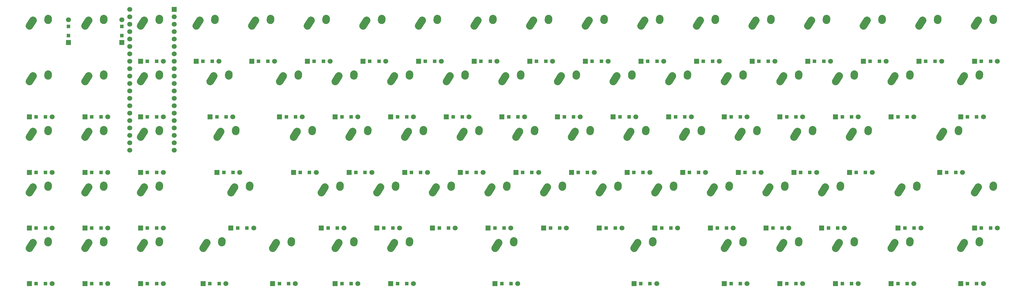
<source format=gbr>
%TF.GenerationSoftware,KiCad,Pcbnew,(5.1.6)-1*%
%TF.CreationDate,2020-06-24T11:27:28-04:00*%
%TF.ProjectId,southpaw6.35,736f7574-6870-4617-9736-2e33352e6b69,rev?*%
%TF.SameCoordinates,Original*%
%TF.FileFunction,Soldermask,Top*%
%TF.FilePolarity,Negative*%
%FSLAX46Y46*%
G04 Gerber Fmt 4.6, Leading zero omitted, Abs format (unit mm)*
G04 Created by KiCad (PCBNEW (5.1.6)-1) date 2020-06-24 11:27:28*
%MOMM*%
%LPD*%
G01*
G04 APERTURE LIST*
%ADD10C,1.700000*%
%ADD11R,1.700000X1.700000*%
%ADD12R,1.300000X1.300000*%
G04 APERTURE END LIST*
D10*
%TO.C,U1*%
X71755000Y-88582000D03*
X71755000Y-91122000D03*
X71755000Y-93662000D03*
X71755000Y-96202000D03*
X71755000Y-98742000D03*
X71755000Y-101282000D03*
X71755000Y-103822000D03*
X71755000Y-106362000D03*
X71755000Y-108902000D03*
X71755000Y-111442000D03*
X71755000Y-113982000D03*
X71755000Y-116522000D03*
X71755000Y-119062000D03*
X71755000Y-121602000D03*
X71755000Y-124142000D03*
X71755000Y-126682000D03*
X71755000Y-129222000D03*
X71755000Y-131762000D03*
X71755000Y-134302000D03*
X71755000Y-136842000D03*
X86995000Y-136842000D03*
X86995000Y-134302000D03*
X86995000Y-131762000D03*
X86995000Y-129222000D03*
X86995000Y-126682000D03*
X86995000Y-124142000D03*
X86995000Y-121602000D03*
X86995000Y-119062000D03*
X86995000Y-116522000D03*
D11*
X86995000Y-88582000D03*
D10*
X86995000Y-91122000D03*
X86995000Y-93662000D03*
X86995000Y-96202000D03*
X86995000Y-98742000D03*
X86995000Y-101282000D03*
X86995000Y-103822000D03*
X86995000Y-106362000D03*
X86995000Y-113982000D03*
X86995000Y-111442000D03*
X86995000Y-108902000D03*
%TD*%
%TO.C,KP1*%
G36*
G01*
X299653286Y-111298909D02*
X299692734Y-110720252D01*
G75*
G02*
X301078144Y-109511682I1296990J-88420D01*
G01*
X301078144Y-109511682D01*
G75*
G02*
X302286714Y-110897092I-88420J-1296990D01*
G01*
X302247266Y-111475748D01*
G75*
G02*
X300861856Y-112684318I-1296990J88420D01*
G01*
X300861856Y-112684318D01*
G75*
G02*
X299653286Y-111298908I88420J1296990D01*
G01*
G37*
G36*
G01*
X293494129Y-112618326D02*
X294703053Y-110720696D01*
G75*
G02*
X296497951Y-110322776I1096409J-698489D01*
G01*
X296497951Y-110322776D01*
G75*
G02*
X296895871Y-112117674I-698489J-1096409D01*
G01*
X295686947Y-114015304D01*
G75*
G02*
X293892049Y-114413224I-1096409J698489D01*
G01*
X293892049Y-114413224D01*
G75*
G02*
X293494129Y-112618326I698489J1096409D01*
G01*
G37*
%TD*%
%TO.C,KRFn1*%
G36*
G01*
X366328286Y-149398909D02*
X366367734Y-148820252D01*
G75*
G02*
X367753144Y-147611682I1296990J-88420D01*
G01*
X367753144Y-147611682D01*
G75*
G02*
X368961714Y-148997092I-88420J-1296990D01*
G01*
X368922266Y-149575748D01*
G75*
G02*
X367536856Y-150784318I-1296990J88420D01*
G01*
X367536856Y-150784318D01*
G75*
G02*
X366328286Y-149398908I88420J1296990D01*
G01*
G37*
G36*
G01*
X360169129Y-150718326D02*
X361378053Y-148820696D01*
G75*
G02*
X363172951Y-148422776I1096409J-698489D01*
G01*
X363172951Y-148422776D01*
G75*
G02*
X363570871Y-150217674I-698489J-1096409D01*
G01*
X362361947Y-152115304D01*
G75*
G02*
X360567049Y-152513224I-1096409J698489D01*
G01*
X360567049Y-152513224D01*
G75*
G02*
X360169129Y-150718326I698489J1096409D01*
G01*
G37*
%TD*%
%TO.C,KLFn1*%
G36*
G01*
X166303286Y-168448909D02*
X166342734Y-167870252D01*
G75*
G02*
X167728144Y-166661682I1296990J-88420D01*
G01*
X167728144Y-166661682D01*
G75*
G02*
X168936714Y-168047092I-88420J-1296990D01*
G01*
X168897266Y-168625748D01*
G75*
G02*
X167511856Y-169834318I-1296990J88420D01*
G01*
X167511856Y-169834318D01*
G75*
G02*
X166303286Y-168448908I88420J1296990D01*
G01*
G37*
G36*
G01*
X160144129Y-169768326D02*
X161353053Y-167870696D01*
G75*
G02*
X163147951Y-167472776I1096409J-698489D01*
G01*
X163147951Y-167472776D01*
G75*
G02*
X163545871Y-169267674I-698489J-1096409D01*
G01*
X162336947Y-171165304D01*
G75*
G02*
X160542049Y-171563224I-1096409J698489D01*
G01*
X160542049Y-171563224D01*
G75*
G02*
X160144129Y-169768326I698489J1096409D01*
G01*
G37*
%TD*%
%TO.C,DRFn1*%
X369025000Y-163512000D03*
D11*
X361225000Y-163512000D03*
D12*
X363550000Y-163512000D03*
X366700000Y-163512000D03*
%TD*%
D10*
%TO.C,DLFn1*%
X169000000Y-182562000D03*
D11*
X161200000Y-182562000D03*
D12*
X163525000Y-182562000D03*
X166675000Y-182562000D03*
%TD*%
%TO.C,KW1*%
G36*
G01*
X147253286Y-111298909D02*
X147292734Y-110720252D01*
G75*
G02*
X148678144Y-109511682I1296990J-88420D01*
G01*
X148678144Y-109511682D01*
G75*
G02*
X149886714Y-110897092I-88420J-1296990D01*
G01*
X149847266Y-111475748D01*
G75*
G02*
X148461856Y-112684318I-1296990J88420D01*
G01*
X148461856Y-112684318D01*
G75*
G02*
X147253286Y-111298908I88420J1296990D01*
G01*
G37*
G36*
G01*
X141094129Y-112618326D02*
X142303053Y-110720696D01*
G75*
G02*
X144097951Y-110322776I1096409J-698489D01*
G01*
X144097951Y-110322776D01*
G75*
G02*
X144495871Y-112117674I-698489J-1096409D01*
G01*
X143286947Y-114015304D01*
G75*
G02*
X141492049Y-114413224I-1096409J698489D01*
G01*
X141492049Y-114413224D01*
G75*
G02*
X141094129Y-112618326I698489J1096409D01*
G01*
G37*
%TD*%
%TO.C,KZ1*%
G36*
G01*
X142491286Y-149398909D02*
X142530734Y-148820252D01*
G75*
G02*
X143916144Y-147611682I1296990J-88420D01*
G01*
X143916144Y-147611682D01*
G75*
G02*
X145124714Y-148997092I-88420J-1296990D01*
G01*
X145085266Y-149575748D01*
G75*
G02*
X143699856Y-150784318I-1296990J88420D01*
G01*
X143699856Y-150784318D01*
G75*
G02*
X142491286Y-149398908I88420J1296990D01*
G01*
G37*
G36*
G01*
X136332129Y-150718326D02*
X137541053Y-148820696D01*
G75*
G02*
X139335951Y-148422776I1096409J-698489D01*
G01*
X139335951Y-148422776D01*
G75*
G02*
X139733871Y-150217674I-698489J-1096409D01*
G01*
X138524947Y-152115304D01*
G75*
G02*
X136730049Y-152513224I-1096409J698489D01*
G01*
X136730049Y-152513224D01*
G75*
G02*
X136332129Y-150718326I698489J1096409D01*
G01*
G37*
%TD*%
%TO.C,KY1*%
G36*
G01*
X223453286Y-111298909D02*
X223492734Y-110720252D01*
G75*
G02*
X224878144Y-109511682I1296990J-88420D01*
G01*
X224878144Y-109511682D01*
G75*
G02*
X226086714Y-110897092I-88420J-1296990D01*
G01*
X226047266Y-111475748D01*
G75*
G02*
X224661856Y-112684318I-1296990J88420D01*
G01*
X224661856Y-112684318D01*
G75*
G02*
X223453286Y-111298908I88420J1296990D01*
G01*
G37*
G36*
G01*
X217294129Y-112618326D02*
X218503053Y-110720696D01*
G75*
G02*
X220297951Y-110322776I1096409J-698489D01*
G01*
X220297951Y-110322776D01*
G75*
G02*
X220695871Y-112117674I-698489J-1096409D01*
G01*
X219486947Y-114015304D01*
G75*
G02*
X217692049Y-114413224I-1096409J698489D01*
G01*
X217692049Y-114413224D01*
G75*
G02*
X217294129Y-112618326I698489J1096409D01*
G01*
G37*
%TD*%
%TO.C,KX1*%
G36*
G01*
X161541286Y-149398909D02*
X161580734Y-148820252D01*
G75*
G02*
X162966144Y-147611682I1296990J-88420D01*
G01*
X162966144Y-147611682D01*
G75*
G02*
X164174714Y-148997092I-88420J-1296990D01*
G01*
X164135266Y-149575748D01*
G75*
G02*
X162749856Y-150784318I-1296990J88420D01*
G01*
X162749856Y-150784318D01*
G75*
G02*
X161541286Y-149398908I88420J1296990D01*
G01*
G37*
G36*
G01*
X155382129Y-150718326D02*
X156591053Y-148820696D01*
G75*
G02*
X158385951Y-148422776I1096409J-698489D01*
G01*
X158385951Y-148422776D01*
G75*
G02*
X158783871Y-150217674I-698489J-1096409D01*
G01*
X157574947Y-152115304D01*
G75*
G02*
X155780049Y-152513224I-1096409J698489D01*
G01*
X155780049Y-152513224D01*
G75*
G02*
X155382129Y-150718326I698489J1096409D01*
G01*
G37*
%TD*%
%TO.C,KV1*%
G36*
G01*
X199641286Y-149398909D02*
X199680734Y-148820252D01*
G75*
G02*
X201066144Y-147611682I1296990J-88420D01*
G01*
X201066144Y-147611682D01*
G75*
G02*
X202274714Y-148997092I-88420J-1296990D01*
G01*
X202235266Y-149575748D01*
G75*
G02*
X200849856Y-150784318I-1296990J88420D01*
G01*
X200849856Y-150784318D01*
G75*
G02*
X199641286Y-149398908I88420J1296990D01*
G01*
G37*
G36*
G01*
X193482129Y-150718326D02*
X194691053Y-148820696D01*
G75*
G02*
X196485951Y-148422776I1096409J-698489D01*
G01*
X196485951Y-148422776D01*
G75*
G02*
X196883871Y-150217674I-698489J-1096409D01*
G01*
X195674947Y-152115304D01*
G75*
G02*
X193880049Y-152513224I-1096409J698489D01*
G01*
X193880049Y-152513224D01*
G75*
G02*
X193482129Y-150718326I698489J1096409D01*
G01*
G37*
%TD*%
%TO.C,KUp1*%
G36*
G01*
X318703286Y-168448909D02*
X318742734Y-167870252D01*
G75*
G02*
X320128144Y-166661682I1296990J-88420D01*
G01*
X320128144Y-166661682D01*
G75*
G02*
X321336714Y-168047092I-88420J-1296990D01*
G01*
X321297266Y-168625748D01*
G75*
G02*
X319911856Y-169834318I-1296990J88420D01*
G01*
X319911856Y-169834318D01*
G75*
G02*
X318703286Y-168448908I88420J1296990D01*
G01*
G37*
G36*
G01*
X312544129Y-169768326D02*
X313753053Y-167870696D01*
G75*
G02*
X315547951Y-167472776I1096409J-698489D01*
G01*
X315547951Y-167472776D01*
G75*
G02*
X315945871Y-169267674I-698489J-1096409D01*
G01*
X314736947Y-171165304D01*
G75*
G02*
X312942049Y-171563224I-1096409J698489D01*
G01*
X312942049Y-171563224D01*
G75*
G02*
X312544129Y-169768326I698489J1096409D01*
G01*
G37*
%TD*%
%TO.C,KU1*%
G36*
G01*
X242503286Y-111298909D02*
X242542734Y-110720252D01*
G75*
G02*
X243928144Y-109511682I1296990J-88420D01*
G01*
X243928144Y-109511682D01*
G75*
G02*
X245136714Y-110897092I-88420J-1296990D01*
G01*
X245097266Y-111475748D01*
G75*
G02*
X243711856Y-112684318I-1296990J88420D01*
G01*
X243711856Y-112684318D01*
G75*
G02*
X242503286Y-111298908I88420J1296990D01*
G01*
G37*
G36*
G01*
X236344129Y-112618326D02*
X237553053Y-110720696D01*
G75*
G02*
X239347951Y-110322776I1096409J-698489D01*
G01*
X239347951Y-110322776D01*
G75*
G02*
X239745871Y-112117674I-698489J-1096409D01*
G01*
X238536947Y-114015304D01*
G75*
G02*
X236742049Y-114413224I-1096409J698489D01*
G01*
X236742049Y-114413224D01*
G75*
G02*
X236344129Y-112618326I698489J1096409D01*
G01*
G37*
%TD*%
%TO.C,Ktil1*%
G36*
G01*
X366328286Y-92248409D02*
X366367734Y-91669752D01*
G75*
G02*
X367753144Y-90461182I1296990J-88420D01*
G01*
X367753144Y-90461182D01*
G75*
G02*
X368961714Y-91846592I-88420J-1296990D01*
G01*
X368922266Y-92425248D01*
G75*
G02*
X367536856Y-93633818I-1296990J88420D01*
G01*
X367536856Y-93633818D01*
G75*
G02*
X366328286Y-92248408I88420J1296990D01*
G01*
G37*
G36*
G01*
X360169129Y-93567826D02*
X361378053Y-91670196D01*
G75*
G02*
X363172951Y-91272276I1096409J-698489D01*
G01*
X363172951Y-91272276D01*
G75*
G02*
X363570871Y-93067174I-698489J-1096409D01*
G01*
X362361947Y-94964804D01*
G75*
G02*
X360567049Y-95362724I-1096409J698489D01*
G01*
X360567049Y-95362724D01*
G75*
G02*
X360169129Y-93567826I698489J1096409D01*
G01*
G37*
%TD*%
%TO.C,KTab1*%
G36*
G01*
X104391286Y-111298909D02*
X104430734Y-110720252D01*
G75*
G02*
X105816144Y-109511682I1296990J-88420D01*
G01*
X105816144Y-109511682D01*
G75*
G02*
X107024714Y-110897092I-88420J-1296990D01*
G01*
X106985266Y-111475748D01*
G75*
G02*
X105599856Y-112684318I-1296990J88420D01*
G01*
X105599856Y-112684318D01*
G75*
G02*
X104391286Y-111298908I88420J1296990D01*
G01*
G37*
G36*
G01*
X98232129Y-112618326D02*
X99441053Y-110720696D01*
G75*
G02*
X101235951Y-110322776I1096409J-698489D01*
G01*
X101235951Y-110322776D01*
G75*
G02*
X101633871Y-112117674I-698489J-1096409D01*
G01*
X100424947Y-114015304D01*
G75*
G02*
X98630049Y-114413224I-1096409J698489D01*
G01*
X98630049Y-114413224D01*
G75*
G02*
X98232129Y-112618326I698489J1096409D01*
G01*
G37*
%TD*%
%TO.C,KT1*%
G36*
G01*
X204403286Y-111298909D02*
X204442734Y-110720252D01*
G75*
G02*
X205828144Y-109511682I1296990J-88420D01*
G01*
X205828144Y-109511682D01*
G75*
G02*
X207036714Y-110897092I-88420J-1296990D01*
G01*
X206997266Y-111475748D01*
G75*
G02*
X205611856Y-112684318I-1296990J88420D01*
G01*
X205611856Y-112684318D01*
G75*
G02*
X204403286Y-111298908I88420J1296990D01*
G01*
G37*
G36*
G01*
X198244129Y-112618326D02*
X199453053Y-110720696D01*
G75*
G02*
X201247951Y-110322776I1096409J-698489D01*
G01*
X201247951Y-110322776D01*
G75*
G02*
X201645871Y-112117674I-698489J-1096409D01*
G01*
X200436947Y-114015304D01*
G75*
G02*
X198642049Y-114413224I-1096409J698489D01*
G01*
X198642049Y-114413224D01*
G75*
G02*
X198244129Y-112618326I698489J1096409D01*
G01*
G37*
%TD*%
%TO.C,KSu1*%
G36*
G01*
X147253286Y-168448909D02*
X147292734Y-167870252D01*
G75*
G02*
X148678144Y-166661682I1296990J-88420D01*
G01*
X148678144Y-166661682D01*
G75*
G02*
X149886714Y-168047092I-88420J-1296990D01*
G01*
X149847266Y-168625748D01*
G75*
G02*
X148461856Y-169834318I-1296990J88420D01*
G01*
X148461856Y-169834318D01*
G75*
G02*
X147253286Y-168448908I88420J1296990D01*
G01*
G37*
G36*
G01*
X141094129Y-169768326D02*
X142303053Y-167870696D01*
G75*
G02*
X144097951Y-167472776I1096409J-698489D01*
G01*
X144097951Y-167472776D01*
G75*
G02*
X144495871Y-169267674I-698489J-1096409D01*
G01*
X143286947Y-171165304D01*
G75*
G02*
X141492049Y-171563224I-1096409J698489D01*
G01*
X141492049Y-171563224D01*
G75*
G02*
X141094129Y-169768326I698489J1096409D01*
G01*
G37*
%TD*%
%TO.C,KS1*%
G36*
G01*
X152015286Y-130348909D02*
X152054734Y-129770252D01*
G75*
G02*
X153440144Y-128561682I1296990J-88420D01*
G01*
X153440144Y-128561682D01*
G75*
G02*
X154648714Y-129947092I-88420J-1296990D01*
G01*
X154609266Y-130525748D01*
G75*
G02*
X153223856Y-131734318I-1296990J88420D01*
G01*
X153223856Y-131734318D01*
G75*
G02*
X152015286Y-130348908I88420J1296990D01*
G01*
G37*
G36*
G01*
X145856129Y-131668326D02*
X147065053Y-129770696D01*
G75*
G02*
X148859951Y-129372776I1096409J-698489D01*
G01*
X148859951Y-129372776D01*
G75*
G02*
X149257871Y-131167674I-698489J-1096409D01*
G01*
X148048947Y-133065304D01*
G75*
G02*
X146254049Y-133463224I-1096409J698489D01*
G01*
X146254049Y-133463224D01*
G75*
G02*
X145856129Y-131668326I698489J1096409D01*
G01*
G37*
%TD*%
%TO.C,KRSu1*%
G36*
G01*
X361565286Y-168448909D02*
X361604734Y-167870252D01*
G75*
G02*
X362990144Y-166661682I1296990J-88420D01*
G01*
X362990144Y-166661682D01*
G75*
G02*
X364198714Y-168047092I-88420J-1296990D01*
G01*
X364159266Y-168625748D01*
G75*
G02*
X362773856Y-169834318I-1296990J88420D01*
G01*
X362773856Y-169834318D01*
G75*
G02*
X361565286Y-168448908I88420J1296990D01*
G01*
G37*
G36*
G01*
X355406129Y-169768326D02*
X356615053Y-167870696D01*
G75*
G02*
X358409951Y-167472776I1096409J-698489D01*
G01*
X358409951Y-167472776D01*
G75*
G02*
X358807871Y-169267674I-698489J-1096409D01*
G01*
X357598947Y-171165304D01*
G75*
G02*
X355804049Y-171563224I-1096409J698489D01*
G01*
X355804049Y-171563224D01*
G75*
G02*
X355406129Y-169768326I698489J1096409D01*
G01*
G37*
%TD*%
%TO.C,KRSpace1*%
G36*
G01*
X249647286Y-168448909D02*
X249686734Y-167870252D01*
G75*
G02*
X251072144Y-166661682I1296990J-88420D01*
G01*
X251072144Y-166661682D01*
G75*
G02*
X252280714Y-168047092I-88420J-1296990D01*
G01*
X252241266Y-168625748D01*
G75*
G02*
X250855856Y-169834318I-1296990J88420D01*
G01*
X250855856Y-169834318D01*
G75*
G02*
X249647286Y-168448908I88420J1296990D01*
G01*
G37*
G36*
G01*
X243488129Y-169768326D02*
X244697053Y-167870696D01*
G75*
G02*
X246491951Y-167472776I1096409J-698489D01*
G01*
X246491951Y-167472776D01*
G75*
G02*
X246889871Y-169267674I-698489J-1096409D01*
G01*
X245680947Y-171165304D01*
G75*
G02*
X243886049Y-171563224I-1096409J698489D01*
G01*
X243886049Y-171563224D01*
G75*
G02*
X243488129Y-169768326I698489J1096409D01*
G01*
G37*
%TD*%
%TO.C,KRShift1*%
G36*
G01*
X340134286Y-149398909D02*
X340173734Y-148820252D01*
G75*
G02*
X341559144Y-147611682I1296990J-88420D01*
G01*
X341559144Y-147611682D01*
G75*
G02*
X342767714Y-148997092I-88420J-1296990D01*
G01*
X342728266Y-149575748D01*
G75*
G02*
X341342856Y-150784318I-1296990J88420D01*
G01*
X341342856Y-150784318D01*
G75*
G02*
X340134286Y-149398908I88420J1296990D01*
G01*
G37*
G36*
G01*
X333975129Y-150718326D02*
X335184053Y-148820696D01*
G75*
G02*
X336978951Y-148422776I1096409J-698489D01*
G01*
X336978951Y-148422776D01*
G75*
G02*
X337376871Y-150217674I-698489J-1096409D01*
G01*
X336167947Y-152115304D01*
G75*
G02*
X334373049Y-152513224I-1096409J698489D01*
G01*
X334373049Y-152513224D01*
G75*
G02*
X333975129Y-150718326I698489J1096409D01*
G01*
G37*
%TD*%
%TO.C,KRight1*%
G36*
G01*
X337753286Y-168448909D02*
X337792734Y-167870252D01*
G75*
G02*
X339178144Y-166661682I1296990J-88420D01*
G01*
X339178144Y-166661682D01*
G75*
G02*
X340386714Y-168047092I-88420J-1296990D01*
G01*
X340347266Y-168625748D01*
G75*
G02*
X338961856Y-169834318I-1296990J88420D01*
G01*
X338961856Y-169834318D01*
G75*
G02*
X337753286Y-168448908I88420J1296990D01*
G01*
G37*
G36*
G01*
X331594129Y-169768326D02*
X332803053Y-167870696D01*
G75*
G02*
X334597951Y-167472776I1096409J-698489D01*
G01*
X334597951Y-167472776D01*
G75*
G02*
X334995871Y-169267674I-698489J-1096409D01*
G01*
X333786947Y-171165304D01*
G75*
G02*
X331992049Y-171563224I-1096409J698489D01*
G01*
X331992049Y-171563224D01*
G75*
G02*
X331594129Y-169768326I698489J1096409D01*
G01*
G37*
%TD*%
%TO.C,KREnter1*%
G36*
G01*
X354422286Y-130348909D02*
X354461734Y-129770252D01*
G75*
G02*
X355847144Y-128561682I1296990J-88420D01*
G01*
X355847144Y-128561682D01*
G75*
G02*
X357055714Y-129947092I-88420J-1296990D01*
G01*
X357016266Y-130525748D01*
G75*
G02*
X355630856Y-131734318I-1296990J88420D01*
G01*
X355630856Y-131734318D01*
G75*
G02*
X354422286Y-130348908I88420J1296990D01*
G01*
G37*
G36*
G01*
X348263129Y-131668326D02*
X349472053Y-129770696D01*
G75*
G02*
X351266951Y-129372776I1096409J-698489D01*
G01*
X351266951Y-129372776D01*
G75*
G02*
X351664871Y-131167674I-698489J-1096409D01*
G01*
X350455947Y-133065304D01*
G75*
G02*
X348661049Y-133463224I-1096409J698489D01*
G01*
X348661049Y-133463224D01*
G75*
G02*
X348263129Y-131668326I698489J1096409D01*
G01*
G37*
%TD*%
%TO.C,KR1*%
G36*
G01*
X185353286Y-111298909D02*
X185392734Y-110720252D01*
G75*
G02*
X186778144Y-109511682I1296990J-88420D01*
G01*
X186778144Y-109511682D01*
G75*
G02*
X187986714Y-110897092I-88420J-1296990D01*
G01*
X187947266Y-111475748D01*
G75*
G02*
X186561856Y-112684318I-1296990J88420D01*
G01*
X186561856Y-112684318D01*
G75*
G02*
X185353286Y-111298908I88420J1296990D01*
G01*
G37*
G36*
G01*
X179194129Y-112618326D02*
X180403053Y-110720696D01*
G75*
G02*
X182197951Y-110322776I1096409J-698489D01*
G01*
X182197951Y-110322776D01*
G75*
G02*
X182595871Y-112117674I-698489J-1096409D01*
G01*
X181386947Y-114015304D01*
G75*
G02*
X179592049Y-114413224I-1096409J698489D01*
G01*
X179592049Y-114413224D01*
G75*
G02*
X179194129Y-112618326I698489J1096409D01*
G01*
G37*
%TD*%
%TO.C,KQ1*%
G36*
G01*
X128203286Y-111298909D02*
X128242734Y-110720252D01*
G75*
G02*
X129628144Y-109511682I1296990J-88420D01*
G01*
X129628144Y-109511682D01*
G75*
G02*
X130836714Y-110897092I-88420J-1296990D01*
G01*
X130797266Y-111475748D01*
G75*
G02*
X129411856Y-112684318I-1296990J88420D01*
G01*
X129411856Y-112684318D01*
G75*
G02*
X128203286Y-111298908I88420J1296990D01*
G01*
G37*
G36*
G01*
X122044129Y-112618326D02*
X123253053Y-110720696D01*
G75*
G02*
X125047951Y-110322776I1096409J-698489D01*
G01*
X125047951Y-110322776D01*
G75*
G02*
X125445871Y-112117674I-698489J-1096409D01*
G01*
X124236947Y-114015304D01*
G75*
G02*
X122442049Y-114413224I-1096409J698489D01*
G01*
X122442049Y-114413224D01*
G75*
G02*
X122044129Y-112618326I698489J1096409D01*
G01*
G37*
%TD*%
%TO.C,KO1*%
G36*
G01*
X280603286Y-111298909D02*
X280642734Y-110720252D01*
G75*
G02*
X282028144Y-109511682I1296990J-88420D01*
G01*
X282028144Y-109511682D01*
G75*
G02*
X283236714Y-110897092I-88420J-1296990D01*
G01*
X283197266Y-111475748D01*
G75*
G02*
X281811856Y-112684318I-1296990J88420D01*
G01*
X281811856Y-112684318D01*
G75*
G02*
X280603286Y-111298908I88420J1296990D01*
G01*
G37*
G36*
G01*
X274444129Y-112618326D02*
X275653053Y-110720696D01*
G75*
G02*
X277447951Y-110322776I1096409J-698489D01*
G01*
X277447951Y-110322776D01*
G75*
G02*
X277845871Y-112117674I-698489J-1096409D01*
G01*
X276636947Y-114015304D01*
G75*
G02*
X274842049Y-114413224I-1096409J698489D01*
G01*
X274842049Y-114413224D01*
G75*
G02*
X274444129Y-112618326I698489J1096409D01*
G01*
G37*
%TD*%
%TO.C,KNumEnter1*%
G36*
G01*
X80578286Y-168448909D02*
X80617734Y-167870252D01*
G75*
G02*
X82003144Y-166661682I1296990J-88420D01*
G01*
X82003144Y-166661682D01*
G75*
G02*
X83211714Y-168047092I-88420J-1296990D01*
G01*
X83172266Y-168625748D01*
G75*
G02*
X81786856Y-169834318I-1296990J88420D01*
G01*
X81786856Y-169834318D01*
G75*
G02*
X80578286Y-168448908I88420J1296990D01*
G01*
G37*
G36*
G01*
X74419129Y-169768326D02*
X75628053Y-167870696D01*
G75*
G02*
X77422951Y-167472776I1096409J-698489D01*
G01*
X77422951Y-167472776D01*
G75*
G02*
X77820871Y-169267674I-698489J-1096409D01*
G01*
X76611947Y-171165304D01*
G75*
G02*
X74817049Y-171563224I-1096409J698489D01*
G01*
X74817049Y-171563224D01*
G75*
G02*
X74419129Y-169768326I698489J1096409D01*
G01*
G37*
%TD*%
%TO.C,KNum/1*%
G36*
G01*
X42478286Y-92248409D02*
X42517734Y-91669752D01*
G75*
G02*
X43903144Y-90461182I1296990J-88420D01*
G01*
X43903144Y-90461182D01*
G75*
G02*
X45111714Y-91846592I-88420J-1296990D01*
G01*
X45072266Y-92425248D01*
G75*
G02*
X43686856Y-93633818I-1296990J88420D01*
G01*
X43686856Y-93633818D01*
G75*
G02*
X42478286Y-92248408I88420J1296990D01*
G01*
G37*
G36*
G01*
X36319129Y-93567826D02*
X37528053Y-91670196D01*
G75*
G02*
X39322951Y-91272276I1096409J-698489D01*
G01*
X39322951Y-91272276D01*
G75*
G02*
X39720871Y-93067174I-698489J-1096409D01*
G01*
X38511947Y-94964804D01*
G75*
G02*
X36717049Y-95362724I-1096409J698489D01*
G01*
X36717049Y-95362724D01*
G75*
G02*
X36319129Y-93567826I698489J1096409D01*
G01*
G37*
%TD*%
%TO.C,KNum-1*%
G36*
G01*
X80578286Y-92248409D02*
X80617734Y-91669752D01*
G75*
G02*
X82003144Y-90461182I1296990J-88420D01*
G01*
X82003144Y-90461182D01*
G75*
G02*
X83211714Y-91846592I-88420J-1296990D01*
G01*
X83172266Y-92425248D01*
G75*
G02*
X81786856Y-93633818I-1296990J88420D01*
G01*
X81786856Y-93633818D01*
G75*
G02*
X80578286Y-92248408I88420J1296990D01*
G01*
G37*
G36*
G01*
X74419129Y-93567826D02*
X75628053Y-91670196D01*
G75*
G02*
X77422951Y-91272276I1096409J-698489D01*
G01*
X77422951Y-91272276D01*
G75*
G02*
X77820871Y-93067174I-698489J-1096409D01*
G01*
X76611947Y-94964804D01*
G75*
G02*
X74817049Y-95362724I-1096409J698489D01*
G01*
X74817049Y-95362724D01*
G75*
G02*
X74419129Y-93567826I698489J1096409D01*
G01*
G37*
%TD*%
%TO.C,KNum\u002A1*%
G36*
G01*
X61528286Y-92248409D02*
X61567734Y-91669752D01*
G75*
G02*
X62953144Y-90461182I1296990J-88420D01*
G01*
X62953144Y-90461182D01*
G75*
G02*
X64161714Y-91846592I-88420J-1296990D01*
G01*
X64122266Y-92425248D01*
G75*
G02*
X62736856Y-93633818I-1296990J88420D01*
G01*
X62736856Y-93633818D01*
G75*
G02*
X61528286Y-92248408I88420J1296990D01*
G01*
G37*
G36*
G01*
X55369129Y-93567826D02*
X56578053Y-91670196D01*
G75*
G02*
X58372951Y-91272276I1096409J-698489D01*
G01*
X58372951Y-91272276D01*
G75*
G02*
X58770871Y-93067174I-698489J-1096409D01*
G01*
X57561947Y-94964804D01*
G75*
G02*
X55767049Y-95362724I-1096409J698489D01*
G01*
X55767049Y-95362724D01*
G75*
G02*
X55369129Y-93567826I698489J1096409D01*
G01*
G37*
%TD*%
%TO.C,KNum9*%
G36*
G01*
X80578286Y-111298909D02*
X80617734Y-110720252D01*
G75*
G02*
X82003144Y-109511682I1296990J-88420D01*
G01*
X82003144Y-109511682D01*
G75*
G02*
X83211714Y-110897092I-88420J-1296990D01*
G01*
X83172266Y-111475748D01*
G75*
G02*
X81786856Y-112684318I-1296990J88420D01*
G01*
X81786856Y-112684318D01*
G75*
G02*
X80578286Y-111298908I88420J1296990D01*
G01*
G37*
G36*
G01*
X74419129Y-112618326D02*
X75628053Y-110720696D01*
G75*
G02*
X77422951Y-110322776I1096409J-698489D01*
G01*
X77422951Y-110322776D01*
G75*
G02*
X77820871Y-112117674I-698489J-1096409D01*
G01*
X76611947Y-114015304D01*
G75*
G02*
X74817049Y-114413224I-1096409J698489D01*
G01*
X74817049Y-114413224D01*
G75*
G02*
X74419129Y-112618326I698489J1096409D01*
G01*
G37*
%TD*%
%TO.C,KNum8*%
G36*
G01*
X61528286Y-111298909D02*
X61567734Y-110720252D01*
G75*
G02*
X62953144Y-109511682I1296990J-88420D01*
G01*
X62953144Y-109511682D01*
G75*
G02*
X64161714Y-110897092I-88420J-1296990D01*
G01*
X64122266Y-111475748D01*
G75*
G02*
X62736856Y-112684318I-1296990J88420D01*
G01*
X62736856Y-112684318D01*
G75*
G02*
X61528286Y-111298908I88420J1296990D01*
G01*
G37*
G36*
G01*
X55369129Y-112618326D02*
X56578053Y-110720696D01*
G75*
G02*
X58372951Y-110322776I1096409J-698489D01*
G01*
X58372951Y-110322776D01*
G75*
G02*
X58770871Y-112117674I-698489J-1096409D01*
G01*
X57561947Y-114015304D01*
G75*
G02*
X55767049Y-114413224I-1096409J698489D01*
G01*
X55767049Y-114413224D01*
G75*
G02*
X55369129Y-112618326I698489J1096409D01*
G01*
G37*
%TD*%
%TO.C,KNum7*%
G36*
G01*
X42478286Y-111298909D02*
X42517734Y-110720252D01*
G75*
G02*
X43903144Y-109511682I1296990J-88420D01*
G01*
X43903144Y-109511682D01*
G75*
G02*
X45111714Y-110897092I-88420J-1296990D01*
G01*
X45072266Y-111475748D01*
G75*
G02*
X43686856Y-112684318I-1296990J88420D01*
G01*
X43686856Y-112684318D01*
G75*
G02*
X42478286Y-111298908I88420J1296990D01*
G01*
G37*
G36*
G01*
X36319129Y-112618326D02*
X37528053Y-110720696D01*
G75*
G02*
X39322951Y-110322776I1096409J-698489D01*
G01*
X39322951Y-110322776D01*
G75*
G02*
X39720871Y-112117674I-698489J-1096409D01*
G01*
X38511947Y-114015304D01*
G75*
G02*
X36717049Y-114413224I-1096409J698489D01*
G01*
X36717049Y-114413224D01*
G75*
G02*
X36319129Y-112618326I698489J1096409D01*
G01*
G37*
%TD*%
%TO.C,KNum6*%
G36*
G01*
X80578286Y-130348909D02*
X80617734Y-129770252D01*
G75*
G02*
X82003144Y-128561682I1296990J-88420D01*
G01*
X82003144Y-128561682D01*
G75*
G02*
X83211714Y-129947092I-88420J-1296990D01*
G01*
X83172266Y-130525748D01*
G75*
G02*
X81786856Y-131734318I-1296990J88420D01*
G01*
X81786856Y-131734318D01*
G75*
G02*
X80578286Y-130348908I88420J1296990D01*
G01*
G37*
G36*
G01*
X74419129Y-131668326D02*
X75628053Y-129770696D01*
G75*
G02*
X77422951Y-129372776I1096409J-698489D01*
G01*
X77422951Y-129372776D01*
G75*
G02*
X77820871Y-131167674I-698489J-1096409D01*
G01*
X76611947Y-133065304D01*
G75*
G02*
X74817049Y-133463224I-1096409J698489D01*
G01*
X74817049Y-133463224D01*
G75*
G02*
X74419129Y-131668326I698489J1096409D01*
G01*
G37*
%TD*%
%TO.C,KNum5*%
G36*
G01*
X61528286Y-130348909D02*
X61567734Y-129770252D01*
G75*
G02*
X62953144Y-128561682I1296990J-88420D01*
G01*
X62953144Y-128561682D01*
G75*
G02*
X64161714Y-129947092I-88420J-1296990D01*
G01*
X64122266Y-130525748D01*
G75*
G02*
X62736856Y-131734318I-1296990J88420D01*
G01*
X62736856Y-131734318D01*
G75*
G02*
X61528286Y-130348908I88420J1296990D01*
G01*
G37*
G36*
G01*
X55369129Y-131668326D02*
X56578053Y-129770696D01*
G75*
G02*
X58372951Y-129372776I1096409J-698489D01*
G01*
X58372951Y-129372776D01*
G75*
G02*
X58770871Y-131167674I-698489J-1096409D01*
G01*
X57561947Y-133065304D01*
G75*
G02*
X55767049Y-133463224I-1096409J698489D01*
G01*
X55767049Y-133463224D01*
G75*
G02*
X55369129Y-131668326I698489J1096409D01*
G01*
G37*
%TD*%
%TO.C,KNum4*%
G36*
G01*
X42478286Y-130348909D02*
X42517734Y-129770252D01*
G75*
G02*
X43903144Y-128561682I1296990J-88420D01*
G01*
X43903144Y-128561682D01*
G75*
G02*
X45111714Y-129947092I-88420J-1296990D01*
G01*
X45072266Y-130525748D01*
G75*
G02*
X43686856Y-131734318I-1296990J88420D01*
G01*
X43686856Y-131734318D01*
G75*
G02*
X42478286Y-130348908I88420J1296990D01*
G01*
G37*
G36*
G01*
X36319129Y-131668326D02*
X37528053Y-129770696D01*
G75*
G02*
X39322951Y-129372776I1096409J-698489D01*
G01*
X39322951Y-129372776D01*
G75*
G02*
X39720871Y-131167674I-698489J-1096409D01*
G01*
X38511947Y-133065304D01*
G75*
G02*
X36717049Y-133463224I-1096409J698489D01*
G01*
X36717049Y-133463224D01*
G75*
G02*
X36319129Y-131668326I698489J1096409D01*
G01*
G37*
%TD*%
%TO.C,KNum3*%
G36*
G01*
X80578286Y-149398909D02*
X80617734Y-148820252D01*
G75*
G02*
X82003144Y-147611682I1296990J-88420D01*
G01*
X82003144Y-147611682D01*
G75*
G02*
X83211714Y-148997092I-88420J-1296990D01*
G01*
X83172266Y-149575748D01*
G75*
G02*
X81786856Y-150784318I-1296990J88420D01*
G01*
X81786856Y-150784318D01*
G75*
G02*
X80578286Y-149398908I88420J1296990D01*
G01*
G37*
G36*
G01*
X74419129Y-150718326D02*
X75628053Y-148820696D01*
G75*
G02*
X77422951Y-148422776I1096409J-698489D01*
G01*
X77422951Y-148422776D01*
G75*
G02*
X77820871Y-150217674I-698489J-1096409D01*
G01*
X76611947Y-152115304D01*
G75*
G02*
X74817049Y-152513224I-1096409J698489D01*
G01*
X74817049Y-152513224D01*
G75*
G02*
X74419129Y-150718326I698489J1096409D01*
G01*
G37*
%TD*%
%TO.C,KNum2*%
G36*
G01*
X61528286Y-149398909D02*
X61567734Y-148820252D01*
G75*
G02*
X62953144Y-147611682I1296990J-88420D01*
G01*
X62953144Y-147611682D01*
G75*
G02*
X64161714Y-148997092I-88420J-1296990D01*
G01*
X64122266Y-149575748D01*
G75*
G02*
X62736856Y-150784318I-1296990J88420D01*
G01*
X62736856Y-150784318D01*
G75*
G02*
X61528286Y-149398908I88420J1296990D01*
G01*
G37*
G36*
G01*
X55369129Y-150718326D02*
X56578053Y-148820696D01*
G75*
G02*
X58372951Y-148422776I1096409J-698489D01*
G01*
X58372951Y-148422776D01*
G75*
G02*
X58770871Y-150217674I-698489J-1096409D01*
G01*
X57561947Y-152115304D01*
G75*
G02*
X55767049Y-152513224I-1096409J698489D01*
G01*
X55767049Y-152513224D01*
G75*
G02*
X55369129Y-150718326I698489J1096409D01*
G01*
G37*
%TD*%
%TO.C,KNum1*%
G36*
G01*
X42478286Y-149398909D02*
X42517734Y-148820252D01*
G75*
G02*
X43903144Y-147611682I1296990J-88420D01*
G01*
X43903144Y-147611682D01*
G75*
G02*
X45111714Y-148997092I-88420J-1296990D01*
G01*
X45072266Y-149575748D01*
G75*
G02*
X43686856Y-150784318I-1296990J88420D01*
G01*
X43686856Y-150784318D01*
G75*
G02*
X42478286Y-149398908I88420J1296990D01*
G01*
G37*
G36*
G01*
X36319129Y-150718326D02*
X37528053Y-148820696D01*
G75*
G02*
X39322951Y-148422776I1096409J-698489D01*
G01*
X39322951Y-148422776D01*
G75*
G02*
X39720871Y-150217674I-698489J-1096409D01*
G01*
X38511947Y-152115304D01*
G75*
G02*
X36717049Y-152513224I-1096409J698489D01*
G01*
X36717049Y-152513224D01*
G75*
G02*
X36319129Y-150718326I698489J1096409D01*
G01*
G37*
%TD*%
%TO.C,KNum0*%
G36*
G01*
X42478286Y-168448909D02*
X42517734Y-167870252D01*
G75*
G02*
X43903144Y-166661682I1296990J-88420D01*
G01*
X43903144Y-166661682D01*
G75*
G02*
X45111714Y-168047092I-88420J-1296990D01*
G01*
X45072266Y-168625748D01*
G75*
G02*
X43686856Y-169834318I-1296990J88420D01*
G01*
X43686856Y-169834318D01*
G75*
G02*
X42478286Y-168448908I88420J1296990D01*
G01*
G37*
G36*
G01*
X36319129Y-169768326D02*
X37528053Y-167870696D01*
G75*
G02*
X39322951Y-167472776I1096409J-698489D01*
G01*
X39322951Y-167472776D01*
G75*
G02*
X39720871Y-169267674I-698489J-1096409D01*
G01*
X38511947Y-171165304D01*
G75*
G02*
X36717049Y-171563224I-1096409J698489D01*
G01*
X36717049Y-171563224D01*
G75*
G02*
X36319129Y-169768326I698489J1096409D01*
G01*
G37*
%TD*%
%TO.C,KNum.1*%
G36*
G01*
X61528286Y-168448909D02*
X61567734Y-167870252D01*
G75*
G02*
X62953144Y-166661682I1296990J-88420D01*
G01*
X62953144Y-166661682D01*
G75*
G02*
X64161714Y-168047092I-88420J-1296990D01*
G01*
X64122266Y-168625748D01*
G75*
G02*
X62736856Y-169834318I-1296990J88420D01*
G01*
X62736856Y-169834318D01*
G75*
G02*
X61528286Y-168448908I88420J1296990D01*
G01*
G37*
G36*
G01*
X55369129Y-169768326D02*
X56578053Y-167870696D01*
G75*
G02*
X58372951Y-167472776I1096409J-698489D01*
G01*
X58372951Y-167472776D01*
G75*
G02*
X58770871Y-169267674I-698489J-1096409D01*
G01*
X57561947Y-171165304D01*
G75*
G02*
X55767049Y-171563224I-1096409J698489D01*
G01*
X55767049Y-171563224D01*
G75*
G02*
X55369129Y-169768326I698489J1096409D01*
G01*
G37*
%TD*%
%TO.C,KN1*%
G36*
G01*
X237741286Y-149398909D02*
X237780734Y-148820252D01*
G75*
G02*
X239166144Y-147611682I1296990J-88420D01*
G01*
X239166144Y-147611682D01*
G75*
G02*
X240374714Y-148997092I-88420J-1296990D01*
G01*
X240335266Y-149575748D01*
G75*
G02*
X238949856Y-150784318I-1296990J88420D01*
G01*
X238949856Y-150784318D01*
G75*
G02*
X237741286Y-149398908I88420J1296990D01*
G01*
G37*
G36*
G01*
X231582129Y-150718326D02*
X232791053Y-148820696D01*
G75*
G02*
X234585951Y-148422776I1096409J-698489D01*
G01*
X234585951Y-148422776D01*
G75*
G02*
X234983871Y-150217674I-698489J-1096409D01*
G01*
X233774947Y-152115304D01*
G75*
G02*
X231980049Y-152513224I-1096409J698489D01*
G01*
X231980049Y-152513224D01*
G75*
G02*
X231582129Y-150718326I698489J1096409D01*
G01*
G37*
%TD*%
%TO.C,KM1*%
G36*
G01*
X256791286Y-149398909D02*
X256830734Y-148820252D01*
G75*
G02*
X258216144Y-147611682I1296990J-88420D01*
G01*
X258216144Y-147611682D01*
G75*
G02*
X259424714Y-148997092I-88420J-1296990D01*
G01*
X259385266Y-149575748D01*
G75*
G02*
X257999856Y-150784318I-1296990J88420D01*
G01*
X257999856Y-150784318D01*
G75*
G02*
X256791286Y-149398908I88420J1296990D01*
G01*
G37*
G36*
G01*
X250632129Y-150718326D02*
X251841053Y-148820696D01*
G75*
G02*
X253635951Y-148422776I1096409J-698489D01*
G01*
X253635951Y-148422776D01*
G75*
G02*
X254033871Y-150217674I-698489J-1096409D01*
G01*
X252824947Y-152115304D01*
G75*
G02*
X251030049Y-152513224I-1096409J698489D01*
G01*
X251030049Y-152513224D01*
G75*
G02*
X250632129Y-150718326I698489J1096409D01*
G01*
G37*
%TD*%
%TO.C,KLSpace1*%
G36*
G01*
X202022286Y-168448909D02*
X202061734Y-167870252D01*
G75*
G02*
X203447144Y-166661682I1296990J-88420D01*
G01*
X203447144Y-166661682D01*
G75*
G02*
X204655714Y-168047092I-88420J-1296990D01*
G01*
X204616266Y-168625748D01*
G75*
G02*
X203230856Y-169834318I-1296990J88420D01*
G01*
X203230856Y-169834318D01*
G75*
G02*
X202022286Y-168448908I88420J1296990D01*
G01*
G37*
G36*
G01*
X195863129Y-169768326D02*
X197072053Y-167870696D01*
G75*
G02*
X198866951Y-167472776I1096409J-698489D01*
G01*
X198866951Y-167472776D01*
G75*
G02*
X199264871Y-169267674I-698489J-1096409D01*
G01*
X198055947Y-171165304D01*
G75*
G02*
X196261049Y-171563224I-1096409J698489D01*
G01*
X196261049Y-171563224D01*
G75*
G02*
X195863129Y-169768326I698489J1096409D01*
G01*
G37*
%TD*%
%TO.C,KLShift1*%
G36*
G01*
X111534286Y-149398909D02*
X111573734Y-148820252D01*
G75*
G02*
X112959144Y-147611682I1296990J-88420D01*
G01*
X112959144Y-147611682D01*
G75*
G02*
X114167714Y-148997092I-88420J-1296990D01*
G01*
X114128266Y-149575748D01*
G75*
G02*
X112742856Y-150784318I-1296990J88420D01*
G01*
X112742856Y-150784318D01*
G75*
G02*
X111534286Y-149398908I88420J1296990D01*
G01*
G37*
G36*
G01*
X105375129Y-150718326D02*
X106584053Y-148820696D01*
G75*
G02*
X108378951Y-148422776I1096409J-698489D01*
G01*
X108378951Y-148422776D01*
G75*
G02*
X108776871Y-150217674I-698489J-1096409D01*
G01*
X107567947Y-152115304D01*
G75*
G02*
X105773049Y-152513224I-1096409J698489D01*
G01*
X105773049Y-152513224D01*
G75*
G02*
X105375129Y-150718326I698489J1096409D01*
G01*
G37*
%TD*%
%TO.C,KLOpt1*%
G36*
G01*
X102009286Y-168448909D02*
X102048734Y-167870252D01*
G75*
G02*
X103434144Y-166661682I1296990J-88420D01*
G01*
X103434144Y-166661682D01*
G75*
G02*
X104642714Y-168047092I-88420J-1296990D01*
G01*
X104603266Y-168625748D01*
G75*
G02*
X103217856Y-169834318I-1296990J88420D01*
G01*
X103217856Y-169834318D01*
G75*
G02*
X102009286Y-168448908I88420J1296990D01*
G01*
G37*
G36*
G01*
X95850129Y-169768326D02*
X97059053Y-167870696D01*
G75*
G02*
X98853951Y-167472776I1096409J-698489D01*
G01*
X98853951Y-167472776D01*
G75*
G02*
X99251871Y-169267674I-698489J-1096409D01*
G01*
X98042947Y-171165304D01*
G75*
G02*
X96248049Y-171563224I-1096409J698489D01*
G01*
X96248049Y-171563224D01*
G75*
G02*
X95850129Y-169768326I698489J1096409D01*
G01*
G37*
%TD*%
%TO.C,KLeft1*%
G36*
G01*
X280603286Y-168448909D02*
X280642734Y-167870252D01*
G75*
G02*
X282028144Y-166661682I1296990J-88420D01*
G01*
X282028144Y-166661682D01*
G75*
G02*
X283236714Y-168047092I-88420J-1296990D01*
G01*
X283197266Y-168625748D01*
G75*
G02*
X281811856Y-169834318I-1296990J88420D01*
G01*
X281811856Y-169834318D01*
G75*
G02*
X280603286Y-168448908I88420J1296990D01*
G01*
G37*
G36*
G01*
X274444129Y-169768326D02*
X275653053Y-167870696D01*
G75*
G02*
X277447951Y-167472776I1096409J-698489D01*
G01*
X277447951Y-167472776D01*
G75*
G02*
X277845871Y-169267674I-698489J-1096409D01*
G01*
X276636947Y-171165304D01*
G75*
G02*
X274842049Y-171563224I-1096409J698489D01*
G01*
X274842049Y-171563224D01*
G75*
G02*
X274444129Y-169768326I698489J1096409D01*
G01*
G37*
%TD*%
%TO.C,KLAlt1*%
G36*
G01*
X125822286Y-168448909D02*
X125861734Y-167870252D01*
G75*
G02*
X127247144Y-166661682I1296990J-88420D01*
G01*
X127247144Y-166661682D01*
G75*
G02*
X128455714Y-168047092I-88420J-1296990D01*
G01*
X128416266Y-168625748D01*
G75*
G02*
X127030856Y-169834318I-1296990J88420D01*
G01*
X127030856Y-169834318D01*
G75*
G02*
X125822286Y-168448908I88420J1296990D01*
G01*
G37*
G36*
G01*
X119663129Y-169768326D02*
X120872053Y-167870696D01*
G75*
G02*
X122666951Y-167472776I1096409J-698489D01*
G01*
X122666951Y-167472776D01*
G75*
G02*
X123064871Y-169267674I-698489J-1096409D01*
G01*
X121855947Y-171165304D01*
G75*
G02*
X120061049Y-171563224I-1096409J698489D01*
G01*
X120061049Y-171563224D01*
G75*
G02*
X119663129Y-169768326I698489J1096409D01*
G01*
G37*
%TD*%
%TO.C,KL1*%
G36*
G01*
X285365286Y-130348909D02*
X285404734Y-129770252D01*
G75*
G02*
X286790144Y-128561682I1296990J-88420D01*
G01*
X286790144Y-128561682D01*
G75*
G02*
X287998714Y-129947092I-88420J-1296990D01*
G01*
X287959266Y-130525748D01*
G75*
G02*
X286573856Y-131734318I-1296990J88420D01*
G01*
X286573856Y-131734318D01*
G75*
G02*
X285365286Y-130348908I88420J1296990D01*
G01*
G37*
G36*
G01*
X279206129Y-131668326D02*
X280415053Y-129770696D01*
G75*
G02*
X282209951Y-129372776I1096409J-698489D01*
G01*
X282209951Y-129372776D01*
G75*
G02*
X282607871Y-131167674I-698489J-1096409D01*
G01*
X281398947Y-133065304D01*
G75*
G02*
X279604049Y-133463224I-1096409J698489D01*
G01*
X279604049Y-133463224D01*
G75*
G02*
X279206129Y-131668326I698489J1096409D01*
G01*
G37*
%TD*%
%TO.C,KK1*%
G36*
G01*
X266315286Y-130348909D02*
X266354734Y-129770252D01*
G75*
G02*
X267740144Y-128561682I1296990J-88420D01*
G01*
X267740144Y-128561682D01*
G75*
G02*
X268948714Y-129947092I-88420J-1296990D01*
G01*
X268909266Y-130525748D01*
G75*
G02*
X267523856Y-131734318I-1296990J88420D01*
G01*
X267523856Y-131734318D01*
G75*
G02*
X266315286Y-130348908I88420J1296990D01*
G01*
G37*
G36*
G01*
X260156129Y-131668326D02*
X261365053Y-129770696D01*
G75*
G02*
X263159951Y-129372776I1096409J-698489D01*
G01*
X263159951Y-129372776D01*
G75*
G02*
X263557871Y-131167674I-698489J-1096409D01*
G01*
X262348947Y-133065304D01*
G75*
G02*
X260554049Y-133463224I-1096409J698489D01*
G01*
X260554049Y-133463224D01*
G75*
G02*
X260156129Y-131668326I698489J1096409D01*
G01*
G37*
%TD*%
%TO.C,KJ1*%
G36*
G01*
X247265286Y-130348909D02*
X247304734Y-129770252D01*
G75*
G02*
X248690144Y-128561682I1296990J-88420D01*
G01*
X248690144Y-128561682D01*
G75*
G02*
X249898714Y-129947092I-88420J-1296990D01*
G01*
X249859266Y-130525748D01*
G75*
G02*
X248473856Y-131734318I-1296990J88420D01*
G01*
X248473856Y-131734318D01*
G75*
G02*
X247265286Y-130348908I88420J1296990D01*
G01*
G37*
G36*
G01*
X241106129Y-131668326D02*
X242315053Y-129770696D01*
G75*
G02*
X244109951Y-129372776I1096409J-698489D01*
G01*
X244109951Y-129372776D01*
G75*
G02*
X244507871Y-131167674I-698489J-1096409D01*
G01*
X243298947Y-133065304D01*
G75*
G02*
X241504049Y-133463224I-1096409J698489D01*
G01*
X241504049Y-133463224D01*
G75*
G02*
X241106129Y-131668326I698489J1096409D01*
G01*
G37*
%TD*%
%TO.C,KI1*%
G36*
G01*
X261553286Y-111298909D02*
X261592734Y-110720252D01*
G75*
G02*
X262978144Y-109511682I1296990J-88420D01*
G01*
X262978144Y-109511682D01*
G75*
G02*
X264186714Y-110897092I-88420J-1296990D01*
G01*
X264147266Y-111475748D01*
G75*
G02*
X262761856Y-112684318I-1296990J88420D01*
G01*
X262761856Y-112684318D01*
G75*
G02*
X261553286Y-111298908I88420J1296990D01*
G01*
G37*
G36*
G01*
X255394129Y-112618326D02*
X256603053Y-110720696D01*
G75*
G02*
X258397951Y-110322776I1096409J-698489D01*
G01*
X258397951Y-110322776D01*
G75*
G02*
X258795871Y-112117674I-698489J-1096409D01*
G01*
X257586947Y-114015304D01*
G75*
G02*
X255792049Y-114413224I-1096409J698489D01*
G01*
X255792049Y-114413224D01*
G75*
G02*
X255394129Y-112618326I698489J1096409D01*
G01*
G37*
%TD*%
%TO.C,KH1*%
G36*
G01*
X228215286Y-130348909D02*
X228254734Y-129770252D01*
G75*
G02*
X229640144Y-128561682I1296990J-88420D01*
G01*
X229640144Y-128561682D01*
G75*
G02*
X230848714Y-129947092I-88420J-1296990D01*
G01*
X230809266Y-130525748D01*
G75*
G02*
X229423856Y-131734318I-1296990J88420D01*
G01*
X229423856Y-131734318D01*
G75*
G02*
X228215286Y-130348908I88420J1296990D01*
G01*
G37*
G36*
G01*
X222056129Y-131668326D02*
X223265053Y-129770696D01*
G75*
G02*
X225059951Y-129372776I1096409J-698489D01*
G01*
X225059951Y-129372776D01*
G75*
G02*
X225457871Y-131167674I-698489J-1096409D01*
G01*
X224248947Y-133065304D01*
G75*
G02*
X222454049Y-133463224I-1096409J698489D01*
G01*
X222454049Y-133463224D01*
G75*
G02*
X222056129Y-131668326I698489J1096409D01*
G01*
G37*
%TD*%
%TO.C,KG1*%
G36*
G01*
X209165286Y-130348909D02*
X209204734Y-129770252D01*
G75*
G02*
X210590144Y-128561682I1296990J-88420D01*
G01*
X210590144Y-128561682D01*
G75*
G02*
X211798714Y-129947092I-88420J-1296990D01*
G01*
X211759266Y-130525748D01*
G75*
G02*
X210373856Y-131734318I-1296990J88420D01*
G01*
X210373856Y-131734318D01*
G75*
G02*
X209165286Y-130348908I88420J1296990D01*
G01*
G37*
G36*
G01*
X203006129Y-131668326D02*
X204215053Y-129770696D01*
G75*
G02*
X206009951Y-129372776I1096409J-698489D01*
G01*
X206009951Y-129372776D01*
G75*
G02*
X206407871Y-131167674I-698489J-1096409D01*
G01*
X205198947Y-133065304D01*
G75*
G02*
X203404049Y-133463224I-1096409J698489D01*
G01*
X203404049Y-133463224D01*
G75*
G02*
X203006129Y-131668326I698489J1096409D01*
G01*
G37*
%TD*%
%TO.C,KF1*%
G36*
G01*
X190115286Y-130348909D02*
X190154734Y-129770252D01*
G75*
G02*
X191540144Y-128561682I1296990J-88420D01*
G01*
X191540144Y-128561682D01*
G75*
G02*
X192748714Y-129947092I-88420J-1296990D01*
G01*
X192709266Y-130525748D01*
G75*
G02*
X191323856Y-131734318I-1296990J88420D01*
G01*
X191323856Y-131734318D01*
G75*
G02*
X190115286Y-130348908I88420J1296990D01*
G01*
G37*
G36*
G01*
X183956129Y-131668326D02*
X185165053Y-129770696D01*
G75*
G02*
X186959951Y-129372776I1096409J-698489D01*
G01*
X186959951Y-129372776D01*
G75*
G02*
X187357871Y-131167674I-698489J-1096409D01*
G01*
X186148947Y-133065304D01*
G75*
G02*
X184354049Y-133463224I-1096409J698489D01*
G01*
X184354049Y-133463224D01*
G75*
G02*
X183956129Y-131668326I698489J1096409D01*
G01*
G37*
%TD*%
%TO.C,KEsc1*%
G36*
G01*
X99628286Y-92248409D02*
X99667734Y-91669752D01*
G75*
G02*
X101053144Y-90461182I1296990J-88420D01*
G01*
X101053144Y-90461182D01*
G75*
G02*
X102261714Y-91846592I-88420J-1296990D01*
G01*
X102222266Y-92425248D01*
G75*
G02*
X100836856Y-93633818I-1296990J88420D01*
G01*
X100836856Y-93633818D01*
G75*
G02*
X99628286Y-92248408I88420J1296990D01*
G01*
G37*
G36*
G01*
X93469129Y-93567826D02*
X94678053Y-91670196D01*
G75*
G02*
X96472951Y-91272276I1096409J-698489D01*
G01*
X96472951Y-91272276D01*
G75*
G02*
X96870871Y-93067174I-698489J-1096409D01*
G01*
X95661947Y-94964804D01*
G75*
G02*
X93867049Y-95362724I-1096409J698489D01*
G01*
X93867049Y-95362724D01*
G75*
G02*
X93469129Y-93567826I698489J1096409D01*
G01*
G37*
%TD*%
%TO.C,KE1*%
G36*
G01*
X166303286Y-111298909D02*
X166342734Y-110720252D01*
G75*
G02*
X167728144Y-109511682I1296990J-88420D01*
G01*
X167728144Y-109511682D01*
G75*
G02*
X168936714Y-110897092I-88420J-1296990D01*
G01*
X168897266Y-111475748D01*
G75*
G02*
X167511856Y-112684318I-1296990J88420D01*
G01*
X167511856Y-112684318D01*
G75*
G02*
X166303286Y-111298908I88420J1296990D01*
G01*
G37*
G36*
G01*
X160144129Y-112618326D02*
X161353053Y-110720696D01*
G75*
G02*
X163147951Y-110322776I1096409J-698489D01*
G01*
X163147951Y-110322776D01*
G75*
G02*
X163545871Y-112117674I-698489J-1096409D01*
G01*
X162336947Y-114015304D01*
G75*
G02*
X160542049Y-114413224I-1096409J698489D01*
G01*
X160542049Y-114413224D01*
G75*
G02*
X160144129Y-112618326I698489J1096409D01*
G01*
G37*
%TD*%
%TO.C,KDown1*%
G36*
G01*
X299653286Y-168448909D02*
X299692734Y-167870252D01*
G75*
G02*
X301078144Y-166661682I1296990J-88420D01*
G01*
X301078144Y-166661682D01*
G75*
G02*
X302286714Y-168047092I-88420J-1296990D01*
G01*
X302247266Y-168625748D01*
G75*
G02*
X300861856Y-169834318I-1296990J88420D01*
G01*
X300861856Y-169834318D01*
G75*
G02*
X299653286Y-168448908I88420J1296990D01*
G01*
G37*
G36*
G01*
X293494129Y-169768326D02*
X294703053Y-167870696D01*
G75*
G02*
X296497951Y-167472776I1096409J-698489D01*
G01*
X296497951Y-167472776D01*
G75*
G02*
X296895871Y-169267674I-698489J-1096409D01*
G01*
X295686947Y-171165304D01*
G75*
G02*
X293892049Y-171563224I-1096409J698489D01*
G01*
X293892049Y-171563224D01*
G75*
G02*
X293494129Y-169768326I698489J1096409D01*
G01*
G37*
%TD*%
%TO.C,KD1*%
G36*
G01*
X171065286Y-130348909D02*
X171104734Y-129770252D01*
G75*
G02*
X172490144Y-128561682I1296990J-88420D01*
G01*
X172490144Y-128561682D01*
G75*
G02*
X173698714Y-129947092I-88420J-1296990D01*
G01*
X173659266Y-130525748D01*
G75*
G02*
X172273856Y-131734318I-1296990J88420D01*
G01*
X172273856Y-131734318D01*
G75*
G02*
X171065286Y-130348908I88420J1296990D01*
G01*
G37*
G36*
G01*
X164906129Y-131668326D02*
X166115053Y-129770696D01*
G75*
G02*
X167909951Y-129372776I1096409J-698489D01*
G01*
X167909951Y-129372776D01*
G75*
G02*
X168307871Y-131167674I-698489J-1096409D01*
G01*
X167098947Y-133065304D01*
G75*
G02*
X165304049Y-133463224I-1096409J698489D01*
G01*
X165304049Y-133463224D01*
G75*
G02*
X164906129Y-131668326I698489J1096409D01*
G01*
G37*
%TD*%
%TO.C,KControl1*%
G36*
G01*
X106772286Y-130348909D02*
X106811734Y-129770252D01*
G75*
G02*
X108197144Y-128561682I1296990J-88420D01*
G01*
X108197144Y-128561682D01*
G75*
G02*
X109405714Y-129947092I-88420J-1296990D01*
G01*
X109366266Y-130525748D01*
G75*
G02*
X107980856Y-131734318I-1296990J88420D01*
G01*
X107980856Y-131734318D01*
G75*
G02*
X106772286Y-130348908I88420J1296990D01*
G01*
G37*
G36*
G01*
X100613129Y-131668326D02*
X101822053Y-129770696D01*
G75*
G02*
X103616951Y-129372776I1096409J-698489D01*
G01*
X103616951Y-129372776D01*
G75*
G02*
X104014871Y-131167674I-698489J-1096409D01*
G01*
X102805947Y-133065304D01*
G75*
G02*
X101011049Y-133463224I-1096409J698489D01*
G01*
X101011049Y-133463224D01*
G75*
G02*
X100613129Y-131668326I698489J1096409D01*
G01*
G37*
%TD*%
%TO.C,KC1*%
G36*
G01*
X180591286Y-149398909D02*
X180630734Y-148820252D01*
G75*
G02*
X182016144Y-147611682I1296990J-88420D01*
G01*
X182016144Y-147611682D01*
G75*
G02*
X183224714Y-148997092I-88420J-1296990D01*
G01*
X183185266Y-149575748D01*
G75*
G02*
X181799856Y-150784318I-1296990J88420D01*
G01*
X181799856Y-150784318D01*
G75*
G02*
X180591286Y-149398908I88420J1296990D01*
G01*
G37*
G36*
G01*
X174432129Y-150718326D02*
X175641053Y-148820696D01*
G75*
G02*
X177435951Y-148422776I1096409J-698489D01*
G01*
X177435951Y-148422776D01*
G75*
G02*
X177833871Y-150217674I-698489J-1096409D01*
G01*
X176624947Y-152115304D01*
G75*
G02*
X174830049Y-152513224I-1096409J698489D01*
G01*
X174830049Y-152513224D01*
G75*
G02*
X174432129Y-150718326I698489J1096409D01*
G01*
G37*
%TD*%
%TO.C,KBkspce1*%
G36*
G01*
X361565286Y-111298909D02*
X361604734Y-110720252D01*
G75*
G02*
X362990144Y-109511682I1296990J-88420D01*
G01*
X362990144Y-109511682D01*
G75*
G02*
X364198714Y-110897092I-88420J-1296990D01*
G01*
X364159266Y-111475748D01*
G75*
G02*
X362773856Y-112684318I-1296990J88420D01*
G01*
X362773856Y-112684318D01*
G75*
G02*
X361565286Y-111298908I88420J1296990D01*
G01*
G37*
G36*
G01*
X355406129Y-112618326D02*
X356615053Y-110720696D01*
G75*
G02*
X358409951Y-110322776I1096409J-698489D01*
G01*
X358409951Y-110322776D01*
G75*
G02*
X358807871Y-112117674I-698489J-1096409D01*
G01*
X357598947Y-114015304D01*
G75*
G02*
X355804049Y-114413224I-1096409J698489D01*
G01*
X355804049Y-114413224D01*
G75*
G02*
X355406129Y-112618326I698489J1096409D01*
G01*
G37*
%TD*%
%TO.C,KB1*%
G36*
G01*
X218691286Y-149398909D02*
X218730734Y-148820252D01*
G75*
G02*
X220116144Y-147611682I1296990J-88420D01*
G01*
X220116144Y-147611682D01*
G75*
G02*
X221324714Y-148997092I-88420J-1296990D01*
G01*
X221285266Y-149575748D01*
G75*
G02*
X219899856Y-150784318I-1296990J88420D01*
G01*
X219899856Y-150784318D01*
G75*
G02*
X218691286Y-149398908I88420J1296990D01*
G01*
G37*
G36*
G01*
X212532129Y-150718326D02*
X213741053Y-148820696D01*
G75*
G02*
X215535951Y-148422776I1096409J-698489D01*
G01*
X215535951Y-148422776D01*
G75*
G02*
X215933871Y-150217674I-698489J-1096409D01*
G01*
X214724947Y-152115304D01*
G75*
G02*
X212930049Y-152513224I-1096409J698489D01*
G01*
X212930049Y-152513224D01*
G75*
G02*
X212532129Y-150718326I698489J1096409D01*
G01*
G37*
%TD*%
%TO.C,KA1*%
G36*
G01*
X132965286Y-130348909D02*
X133004734Y-129770252D01*
G75*
G02*
X134390144Y-128561682I1296990J-88420D01*
G01*
X134390144Y-128561682D01*
G75*
G02*
X135598714Y-129947092I-88420J-1296990D01*
G01*
X135559266Y-130525748D01*
G75*
G02*
X134173856Y-131734318I-1296990J88420D01*
G01*
X134173856Y-131734318D01*
G75*
G02*
X132965286Y-130348908I88420J1296990D01*
G01*
G37*
G36*
G01*
X126806129Y-131668326D02*
X128015053Y-129770696D01*
G75*
G02*
X129809951Y-129372776I1096409J-698489D01*
G01*
X129809951Y-129372776D01*
G75*
G02*
X130207871Y-131167674I-698489J-1096409D01*
G01*
X128998947Y-133065304D01*
G75*
G02*
X127204049Y-133463224I-1096409J698489D01*
G01*
X127204049Y-133463224D01*
G75*
G02*
X126806129Y-131668326I698489J1096409D01*
G01*
G37*
%TD*%
%TO.C,K]1*%
G36*
G01*
X337753286Y-111298909D02*
X337792734Y-110720252D01*
G75*
G02*
X339178144Y-109511682I1296990J-88420D01*
G01*
X339178144Y-109511682D01*
G75*
G02*
X340386714Y-110897092I-88420J-1296990D01*
G01*
X340347266Y-111475748D01*
G75*
G02*
X338961856Y-112684318I-1296990J88420D01*
G01*
X338961856Y-112684318D01*
G75*
G02*
X337753286Y-111298908I88420J1296990D01*
G01*
G37*
G36*
G01*
X331594129Y-112618326D02*
X332803053Y-110720696D01*
G75*
G02*
X334597951Y-110322776I1096409J-698489D01*
G01*
X334597951Y-110322776D01*
G75*
G02*
X334995871Y-112117674I-698489J-1096409D01*
G01*
X333786947Y-114015304D01*
G75*
G02*
X331992049Y-114413224I-1096409J698489D01*
G01*
X331992049Y-114413224D01*
G75*
G02*
X331594129Y-112618326I698489J1096409D01*
G01*
G37*
%TD*%
%TO.C,K\u005C1*%
G36*
G01*
X347278286Y-92248409D02*
X347317734Y-91669752D01*
G75*
G02*
X348703144Y-90461182I1296990J-88420D01*
G01*
X348703144Y-90461182D01*
G75*
G02*
X349911714Y-91846592I-88420J-1296990D01*
G01*
X349872266Y-92425248D01*
G75*
G02*
X348486856Y-93633818I-1296990J88420D01*
G01*
X348486856Y-93633818D01*
G75*
G02*
X347278286Y-92248408I88420J1296990D01*
G01*
G37*
G36*
G01*
X341119129Y-93567826D02*
X342328053Y-91670196D01*
G75*
G02*
X344122951Y-91272276I1096409J-698489D01*
G01*
X344122951Y-91272276D01*
G75*
G02*
X344520871Y-93067174I-698489J-1096409D01*
G01*
X343311947Y-94964804D01*
G75*
G02*
X341517049Y-95362724I-1096409J698489D01*
G01*
X341517049Y-95362724D01*
G75*
G02*
X341119129Y-93567826I698489J1096409D01*
G01*
G37*
%TD*%
%TO.C,K[1*%
G36*
G01*
X318703286Y-111298909D02*
X318742734Y-110720252D01*
G75*
G02*
X320128144Y-109511682I1296990J-88420D01*
G01*
X320128144Y-109511682D01*
G75*
G02*
X321336714Y-110897092I-88420J-1296990D01*
G01*
X321297266Y-111475748D01*
G75*
G02*
X319911856Y-112684318I-1296990J88420D01*
G01*
X319911856Y-112684318D01*
G75*
G02*
X318703286Y-111298908I88420J1296990D01*
G01*
G37*
G36*
G01*
X312544129Y-112618326D02*
X313753053Y-110720696D01*
G75*
G02*
X315547951Y-110322776I1096409J-698489D01*
G01*
X315547951Y-110322776D01*
G75*
G02*
X315945871Y-112117674I-698489J-1096409D01*
G01*
X314736947Y-114015304D01*
G75*
G02*
X312942049Y-114413224I-1096409J698489D01*
G01*
X312942049Y-114413224D01*
G75*
G02*
X312544129Y-112618326I698489J1096409D01*
G01*
G37*
%TD*%
%TO.C,K=1*%
G36*
G01*
X328228286Y-92248409D02*
X328267734Y-91669752D01*
G75*
G02*
X329653144Y-90461182I1296990J-88420D01*
G01*
X329653144Y-90461182D01*
G75*
G02*
X330861714Y-91846592I-88420J-1296990D01*
G01*
X330822266Y-92425248D01*
G75*
G02*
X329436856Y-93633818I-1296990J88420D01*
G01*
X329436856Y-93633818D01*
G75*
G02*
X328228286Y-92248408I88420J1296990D01*
G01*
G37*
G36*
G01*
X322069129Y-93567826D02*
X323278053Y-91670196D01*
G75*
G02*
X325072951Y-91272276I1096409J-698489D01*
G01*
X325072951Y-91272276D01*
G75*
G02*
X325470871Y-93067174I-698489J-1096409D01*
G01*
X324261947Y-94964804D01*
G75*
G02*
X322467049Y-95362724I-1096409J698489D01*
G01*
X322467049Y-95362724D01*
G75*
G02*
X322069129Y-93567826I698489J1096409D01*
G01*
G37*
%TD*%
%TO.C,K;1*%
G36*
G01*
X304415286Y-130348909D02*
X304454734Y-129770252D01*
G75*
G02*
X305840144Y-128561682I1296990J-88420D01*
G01*
X305840144Y-128561682D01*
G75*
G02*
X307048714Y-129947092I-88420J-1296990D01*
G01*
X307009266Y-130525748D01*
G75*
G02*
X305623856Y-131734318I-1296990J88420D01*
G01*
X305623856Y-131734318D01*
G75*
G02*
X304415286Y-130348908I88420J1296990D01*
G01*
G37*
G36*
G01*
X298256129Y-131668326D02*
X299465053Y-129770696D01*
G75*
G02*
X301259951Y-129372776I1096409J-698489D01*
G01*
X301259951Y-129372776D01*
G75*
G02*
X301657871Y-131167674I-698489J-1096409D01*
G01*
X300448947Y-133065304D01*
G75*
G02*
X298654049Y-133463224I-1096409J698489D01*
G01*
X298654049Y-133463224D01*
G75*
G02*
X298256129Y-131668326I698489J1096409D01*
G01*
G37*
%TD*%
%TO.C,K/1*%
G36*
G01*
X313941286Y-149398909D02*
X313980734Y-148820252D01*
G75*
G02*
X315366144Y-147611682I1296990J-88420D01*
G01*
X315366144Y-147611682D01*
G75*
G02*
X316574714Y-148997092I-88420J-1296990D01*
G01*
X316535266Y-149575748D01*
G75*
G02*
X315149856Y-150784318I-1296990J88420D01*
G01*
X315149856Y-150784318D01*
G75*
G02*
X313941286Y-149398908I88420J1296990D01*
G01*
G37*
G36*
G01*
X307782129Y-150718326D02*
X308991053Y-148820696D01*
G75*
G02*
X310785951Y-148422776I1096409J-698489D01*
G01*
X310785951Y-148422776D01*
G75*
G02*
X311183871Y-150217674I-698489J-1096409D01*
G01*
X309974947Y-152115304D01*
G75*
G02*
X308180049Y-152513224I-1096409J698489D01*
G01*
X308180049Y-152513224D01*
G75*
G02*
X307782129Y-150718326I698489J1096409D01*
G01*
G37*
%TD*%
%TO.C,K-1*%
G36*
G01*
X309178286Y-92248409D02*
X309217734Y-91669752D01*
G75*
G02*
X310603144Y-90461182I1296990J-88420D01*
G01*
X310603144Y-90461182D01*
G75*
G02*
X311811714Y-91846592I-88420J-1296990D01*
G01*
X311772266Y-92425248D01*
G75*
G02*
X310386856Y-93633818I-1296990J88420D01*
G01*
X310386856Y-93633818D01*
G75*
G02*
X309178286Y-92248408I88420J1296990D01*
G01*
G37*
G36*
G01*
X303019129Y-93567826D02*
X304228053Y-91670196D01*
G75*
G02*
X306022951Y-91272276I1096409J-698489D01*
G01*
X306022951Y-91272276D01*
G75*
G02*
X306420871Y-93067174I-698489J-1096409D01*
G01*
X305211947Y-94964804D01*
G75*
G02*
X303417049Y-95362724I-1096409J698489D01*
G01*
X303417049Y-95362724D01*
G75*
G02*
X303019129Y-93567826I698489J1096409D01*
G01*
G37*
%TD*%
%TO.C,K'1*%
G36*
G01*
X323465286Y-130348909D02*
X323504734Y-129770252D01*
G75*
G02*
X324890144Y-128561682I1296990J-88420D01*
G01*
X324890144Y-128561682D01*
G75*
G02*
X326098714Y-129947092I-88420J-1296990D01*
G01*
X326059266Y-130525748D01*
G75*
G02*
X324673856Y-131734318I-1296990J88420D01*
G01*
X324673856Y-131734318D01*
G75*
G02*
X323465286Y-130348908I88420J1296990D01*
G01*
G37*
G36*
G01*
X317306129Y-131668326D02*
X318515053Y-129770696D01*
G75*
G02*
X320309951Y-129372776I1096409J-698489D01*
G01*
X320309951Y-129372776D01*
G75*
G02*
X320707871Y-131167674I-698489J-1096409D01*
G01*
X319498947Y-133065304D01*
G75*
G02*
X317704049Y-133463224I-1096409J698489D01*
G01*
X317704049Y-133463224D01*
G75*
G02*
X317306129Y-131668326I698489J1096409D01*
G01*
G37*
%TD*%
%TO.C,K9*%
G36*
G01*
X271078286Y-92248409D02*
X271117734Y-91669752D01*
G75*
G02*
X272503144Y-90461182I1296990J-88420D01*
G01*
X272503144Y-90461182D01*
G75*
G02*
X273711714Y-91846592I-88420J-1296990D01*
G01*
X273672266Y-92425248D01*
G75*
G02*
X272286856Y-93633818I-1296990J88420D01*
G01*
X272286856Y-93633818D01*
G75*
G02*
X271078286Y-92248408I88420J1296990D01*
G01*
G37*
G36*
G01*
X264919129Y-93567826D02*
X266128053Y-91670196D01*
G75*
G02*
X267922951Y-91272276I1096409J-698489D01*
G01*
X267922951Y-91272276D01*
G75*
G02*
X268320871Y-93067174I-698489J-1096409D01*
G01*
X267111947Y-94964804D01*
G75*
G02*
X265317049Y-95362724I-1096409J698489D01*
G01*
X265317049Y-95362724D01*
G75*
G02*
X264919129Y-93567826I698489J1096409D01*
G01*
G37*
%TD*%
%TO.C,K8*%
G36*
G01*
X252028286Y-92248409D02*
X252067734Y-91669752D01*
G75*
G02*
X253453144Y-90461182I1296990J-88420D01*
G01*
X253453144Y-90461182D01*
G75*
G02*
X254661714Y-91846592I-88420J-1296990D01*
G01*
X254622266Y-92425248D01*
G75*
G02*
X253236856Y-93633818I-1296990J88420D01*
G01*
X253236856Y-93633818D01*
G75*
G02*
X252028286Y-92248408I88420J1296990D01*
G01*
G37*
G36*
G01*
X245869129Y-93567826D02*
X247078053Y-91670196D01*
G75*
G02*
X248872951Y-91272276I1096409J-698489D01*
G01*
X248872951Y-91272276D01*
G75*
G02*
X249270871Y-93067174I-698489J-1096409D01*
G01*
X248061947Y-94964804D01*
G75*
G02*
X246267049Y-95362724I-1096409J698489D01*
G01*
X246267049Y-95362724D01*
G75*
G02*
X245869129Y-93567826I698489J1096409D01*
G01*
G37*
%TD*%
%TO.C,K7*%
G36*
G01*
X232978286Y-92248409D02*
X233017734Y-91669752D01*
G75*
G02*
X234403144Y-90461182I1296990J-88420D01*
G01*
X234403144Y-90461182D01*
G75*
G02*
X235611714Y-91846592I-88420J-1296990D01*
G01*
X235572266Y-92425248D01*
G75*
G02*
X234186856Y-93633818I-1296990J88420D01*
G01*
X234186856Y-93633818D01*
G75*
G02*
X232978286Y-92248408I88420J1296990D01*
G01*
G37*
G36*
G01*
X226819129Y-93567826D02*
X228028053Y-91670196D01*
G75*
G02*
X229822951Y-91272276I1096409J-698489D01*
G01*
X229822951Y-91272276D01*
G75*
G02*
X230220871Y-93067174I-698489J-1096409D01*
G01*
X229011947Y-94964804D01*
G75*
G02*
X227217049Y-95362724I-1096409J698489D01*
G01*
X227217049Y-95362724D01*
G75*
G02*
X226819129Y-93567826I698489J1096409D01*
G01*
G37*
%TD*%
%TO.C,K6*%
G36*
G01*
X213928286Y-92248409D02*
X213967734Y-91669752D01*
G75*
G02*
X215353144Y-90461182I1296990J-88420D01*
G01*
X215353144Y-90461182D01*
G75*
G02*
X216561714Y-91846592I-88420J-1296990D01*
G01*
X216522266Y-92425248D01*
G75*
G02*
X215136856Y-93633818I-1296990J88420D01*
G01*
X215136856Y-93633818D01*
G75*
G02*
X213928286Y-92248408I88420J1296990D01*
G01*
G37*
G36*
G01*
X207769129Y-93567826D02*
X208978053Y-91670196D01*
G75*
G02*
X210772951Y-91272276I1096409J-698489D01*
G01*
X210772951Y-91272276D01*
G75*
G02*
X211170871Y-93067174I-698489J-1096409D01*
G01*
X209961947Y-94964804D01*
G75*
G02*
X208167049Y-95362724I-1096409J698489D01*
G01*
X208167049Y-95362724D01*
G75*
G02*
X207769129Y-93567826I698489J1096409D01*
G01*
G37*
%TD*%
%TO.C,K5*%
G36*
G01*
X194878286Y-92248409D02*
X194917734Y-91669752D01*
G75*
G02*
X196303144Y-90461182I1296990J-88420D01*
G01*
X196303144Y-90461182D01*
G75*
G02*
X197511714Y-91846592I-88420J-1296990D01*
G01*
X197472266Y-92425248D01*
G75*
G02*
X196086856Y-93633818I-1296990J88420D01*
G01*
X196086856Y-93633818D01*
G75*
G02*
X194878286Y-92248408I88420J1296990D01*
G01*
G37*
G36*
G01*
X188719129Y-93567826D02*
X189928053Y-91670196D01*
G75*
G02*
X191722951Y-91272276I1096409J-698489D01*
G01*
X191722951Y-91272276D01*
G75*
G02*
X192120871Y-93067174I-698489J-1096409D01*
G01*
X190911947Y-94964804D01*
G75*
G02*
X189117049Y-95362724I-1096409J698489D01*
G01*
X189117049Y-95362724D01*
G75*
G02*
X188719129Y-93567826I698489J1096409D01*
G01*
G37*
%TD*%
%TO.C,K4*%
G36*
G01*
X175828286Y-92248409D02*
X175867734Y-91669752D01*
G75*
G02*
X177253144Y-90461182I1296990J-88420D01*
G01*
X177253144Y-90461182D01*
G75*
G02*
X178461714Y-91846592I-88420J-1296990D01*
G01*
X178422266Y-92425248D01*
G75*
G02*
X177036856Y-93633818I-1296990J88420D01*
G01*
X177036856Y-93633818D01*
G75*
G02*
X175828286Y-92248408I88420J1296990D01*
G01*
G37*
G36*
G01*
X169669129Y-93567826D02*
X170878053Y-91670196D01*
G75*
G02*
X172672951Y-91272276I1096409J-698489D01*
G01*
X172672951Y-91272276D01*
G75*
G02*
X173070871Y-93067174I-698489J-1096409D01*
G01*
X171861947Y-94964804D01*
G75*
G02*
X170067049Y-95362724I-1096409J698489D01*
G01*
X170067049Y-95362724D01*
G75*
G02*
X169669129Y-93567826I698489J1096409D01*
G01*
G37*
%TD*%
%TO.C,K3*%
G36*
G01*
X156778286Y-92248409D02*
X156817734Y-91669752D01*
G75*
G02*
X158203144Y-90461182I1296990J-88420D01*
G01*
X158203144Y-90461182D01*
G75*
G02*
X159411714Y-91846592I-88420J-1296990D01*
G01*
X159372266Y-92425248D01*
G75*
G02*
X157986856Y-93633818I-1296990J88420D01*
G01*
X157986856Y-93633818D01*
G75*
G02*
X156778286Y-92248408I88420J1296990D01*
G01*
G37*
G36*
G01*
X150619129Y-93567826D02*
X151828053Y-91670196D01*
G75*
G02*
X153622951Y-91272276I1096409J-698489D01*
G01*
X153622951Y-91272276D01*
G75*
G02*
X154020871Y-93067174I-698489J-1096409D01*
G01*
X152811947Y-94964804D01*
G75*
G02*
X151017049Y-95362724I-1096409J698489D01*
G01*
X151017049Y-95362724D01*
G75*
G02*
X150619129Y-93567826I698489J1096409D01*
G01*
G37*
%TD*%
%TO.C,K2*%
G36*
G01*
X137728286Y-92248409D02*
X137767734Y-91669752D01*
G75*
G02*
X139153144Y-90461182I1296990J-88420D01*
G01*
X139153144Y-90461182D01*
G75*
G02*
X140361714Y-91846592I-88420J-1296990D01*
G01*
X140322266Y-92425248D01*
G75*
G02*
X138936856Y-93633818I-1296990J88420D01*
G01*
X138936856Y-93633818D01*
G75*
G02*
X137728286Y-92248408I88420J1296990D01*
G01*
G37*
G36*
G01*
X131569129Y-93567826D02*
X132778053Y-91670196D01*
G75*
G02*
X134572951Y-91272276I1096409J-698489D01*
G01*
X134572951Y-91272276D01*
G75*
G02*
X134970871Y-93067174I-698489J-1096409D01*
G01*
X133761947Y-94964804D01*
G75*
G02*
X131967049Y-95362724I-1096409J698489D01*
G01*
X131967049Y-95362724D01*
G75*
G02*
X131569129Y-93567826I698489J1096409D01*
G01*
G37*
%TD*%
%TO.C,K1*%
G36*
G01*
X118678286Y-92248409D02*
X118717734Y-91669752D01*
G75*
G02*
X120103144Y-90461182I1296990J-88420D01*
G01*
X120103144Y-90461182D01*
G75*
G02*
X121311714Y-91846592I-88420J-1296990D01*
G01*
X121272266Y-92425248D01*
G75*
G02*
X119886856Y-93633818I-1296990J88420D01*
G01*
X119886856Y-93633818D01*
G75*
G02*
X118678286Y-92248408I88420J1296990D01*
G01*
G37*
G36*
G01*
X112519129Y-93567826D02*
X113728053Y-91670196D01*
G75*
G02*
X115522951Y-91272276I1096409J-698489D01*
G01*
X115522951Y-91272276D01*
G75*
G02*
X115920871Y-93067174I-698489J-1096409D01*
G01*
X114711947Y-94964804D01*
G75*
G02*
X112917049Y-95362724I-1096409J698489D01*
G01*
X112917049Y-95362724D01*
G75*
G02*
X112519129Y-93567826I698489J1096409D01*
G01*
G37*
%TD*%
%TO.C,K\u002C1*%
G36*
G01*
X275841286Y-149398909D02*
X275880734Y-148820252D01*
G75*
G02*
X277266144Y-147611682I1296990J-88420D01*
G01*
X277266144Y-147611682D01*
G75*
G02*
X278474714Y-148997092I-88420J-1296990D01*
G01*
X278435266Y-149575748D01*
G75*
G02*
X277049856Y-150784318I-1296990J88420D01*
G01*
X277049856Y-150784318D01*
G75*
G02*
X275841286Y-149398908I88420J1296990D01*
G01*
G37*
G36*
G01*
X269682129Y-150718326D02*
X270891053Y-148820696D01*
G75*
G02*
X272685951Y-148422776I1096409J-698489D01*
G01*
X272685951Y-148422776D01*
G75*
G02*
X273083871Y-150217674I-698489J-1096409D01*
G01*
X271874947Y-152115304D01*
G75*
G02*
X270080049Y-152513224I-1096409J698489D01*
G01*
X270080049Y-152513224D01*
G75*
G02*
X269682129Y-150718326I698489J1096409D01*
G01*
G37*
%TD*%
%TO.C,K.1*%
G36*
G01*
X294891286Y-149398909D02*
X294930734Y-148820252D01*
G75*
G02*
X296316144Y-147611682I1296990J-88420D01*
G01*
X296316144Y-147611682D01*
G75*
G02*
X297524714Y-148997092I-88420J-1296990D01*
G01*
X297485266Y-149575748D01*
G75*
G02*
X296099856Y-150784318I-1296990J88420D01*
G01*
X296099856Y-150784318D01*
G75*
G02*
X294891286Y-149398908I88420J1296990D01*
G01*
G37*
G36*
G01*
X288732129Y-150718326D02*
X289941053Y-148820696D01*
G75*
G02*
X291735951Y-148422776I1096409J-698489D01*
G01*
X291735951Y-148422776D01*
G75*
G02*
X292133871Y-150217674I-698489J-1096409D01*
G01*
X290924947Y-152115304D01*
G75*
G02*
X289130049Y-152513224I-1096409J698489D01*
G01*
X289130049Y-152513224D01*
G75*
G02*
X288732129Y-150718326I698489J1096409D01*
G01*
G37*
%TD*%
%TO.C,K0*%
G36*
G01*
X290128286Y-92248409D02*
X290167734Y-91669752D01*
G75*
G02*
X291553144Y-90461182I1296990J-88420D01*
G01*
X291553144Y-90461182D01*
G75*
G02*
X292761714Y-91846592I-88420J-1296990D01*
G01*
X292722266Y-92425248D01*
G75*
G02*
X291336856Y-93633818I-1296990J88420D01*
G01*
X291336856Y-93633818D01*
G75*
G02*
X290128286Y-92248408I88420J1296990D01*
G01*
G37*
G36*
G01*
X283969129Y-93567826D02*
X285178053Y-91670196D01*
G75*
G02*
X286972951Y-91272276I1096409J-698489D01*
G01*
X286972951Y-91272276D01*
G75*
G02*
X287370871Y-93067174I-698489J-1096409D01*
G01*
X286161947Y-94964804D01*
G75*
G02*
X284367049Y-95362724I-1096409J698489D01*
G01*
X284367049Y-95362724D01*
G75*
G02*
X283969129Y-93567826I698489J1096409D01*
G01*
G37*
%TD*%
D10*
%TO.C,DZ1*%
X145188000Y-163512000D03*
D11*
X137388000Y-163512000D03*
D12*
X139713000Y-163512000D03*
X142863000Y-163512000D03*
%TD*%
D10*
%TO.C,DY1*%
X226150000Y-125412000D03*
D11*
X218350000Y-125412000D03*
D12*
X220675000Y-125412000D03*
X223825000Y-125412000D03*
%TD*%
D10*
%TO.C,DX1*%
X164238000Y-163512000D03*
D11*
X156438000Y-163512000D03*
D12*
X158763000Y-163512000D03*
X161913000Y-163512000D03*
%TD*%
D10*
%TO.C,DW1*%
X149950000Y-125412000D03*
D11*
X142150000Y-125412000D03*
D12*
X144475000Y-125412000D03*
X147625000Y-125412000D03*
%TD*%
D10*
%TO.C,DV1*%
X202338000Y-163512000D03*
D11*
X194538000Y-163512000D03*
D12*
X196863000Y-163512000D03*
X200013000Y-163512000D03*
%TD*%
D10*
%TO.C,DUp1*%
X321400000Y-182562000D03*
D11*
X313600000Y-182562000D03*
D12*
X315925000Y-182562000D03*
X319075000Y-182562000D03*
%TD*%
D10*
%TO.C,DU1*%
X245200000Y-125412000D03*
D11*
X237400000Y-125412000D03*
D12*
X239725000Y-125412000D03*
X242875000Y-125412000D03*
%TD*%
D10*
%TO.C,Dtil1*%
X369025000Y-106362000D03*
D11*
X361225000Y-106362000D03*
D12*
X363550000Y-106362000D03*
X366700000Y-106362000D03*
%TD*%
D10*
%TO.C,DTab1*%
X107088000Y-125412000D03*
D11*
X99288000Y-125412000D03*
D12*
X101613000Y-125412000D03*
X104763000Y-125412000D03*
%TD*%
D10*
%TO.C,DT1*%
X207100000Y-125412000D03*
D11*
X199300000Y-125412000D03*
D12*
X201625000Y-125412000D03*
X204775000Y-125412000D03*
%TD*%
D10*
%TO.C,DSu1*%
X149950000Y-182562000D03*
D11*
X142150000Y-182562000D03*
D12*
X144475000Y-182562000D03*
X147625000Y-182562000D03*
%TD*%
D10*
%TO.C,DS1*%
X154712000Y-144462000D03*
D11*
X146912000Y-144462000D03*
D12*
X149237000Y-144462000D03*
X152387000Y-144462000D03*
%TD*%
D10*
%TO.C,DRSu1*%
X364262000Y-182562000D03*
D11*
X356462000Y-182562000D03*
D12*
X358787000Y-182562000D03*
X361937000Y-182562000D03*
%TD*%
D10*
%TO.C,DRSpace1*%
X252344000Y-182562000D03*
D11*
X244544000Y-182562000D03*
D12*
X246869000Y-182562000D03*
X250019000Y-182562000D03*
%TD*%
D10*
%TO.C,DRShift1*%
X342831000Y-163512000D03*
D11*
X335031000Y-163512000D03*
D12*
X337356000Y-163512000D03*
X340506000Y-163512000D03*
%TD*%
D10*
%TO.C,DRight1*%
X340450000Y-182562000D03*
D11*
X332650000Y-182562000D03*
D12*
X334975000Y-182562000D03*
X338125000Y-182562000D03*
%TD*%
D10*
%TO.C,DREnter1*%
X357119000Y-144462000D03*
D11*
X349319000Y-144462000D03*
D12*
X351644000Y-144462000D03*
X354794000Y-144462000D03*
%TD*%
D10*
%TO.C,DR1*%
X188050000Y-125412000D03*
D11*
X180250000Y-125412000D03*
D12*
X182575000Y-125412000D03*
X185725000Y-125412000D03*
%TD*%
D10*
%TO.C,DQ1*%
X130900000Y-125412000D03*
D11*
X123100000Y-125412000D03*
D12*
X125425000Y-125412000D03*
X128575000Y-125412000D03*
%TD*%
D10*
%TO.C,DP1*%
X302350000Y-125412000D03*
D11*
X294550000Y-125412000D03*
D12*
X296875000Y-125412000D03*
X300025000Y-125412000D03*
%TD*%
D10*
%TO.C,DO1*%
X283300000Y-125412000D03*
D11*
X275500000Y-125412000D03*
D12*
X277825000Y-125412000D03*
X280975000Y-125412000D03*
%TD*%
D10*
%TO.C,DNumEnter1*%
X83275000Y-182562000D03*
D11*
X75475000Y-182562000D03*
D12*
X77800000Y-182562000D03*
X80950000Y-182562000D03*
%TD*%
D10*
%TO.C,DNum/1*%
X50800000Y-92143800D03*
D11*
X50800000Y-99943800D03*
D12*
X50800000Y-97618800D03*
X50800000Y-94468800D03*
%TD*%
D10*
%TO.C,DNum-1*%
X83275000Y-106362000D03*
D11*
X75475000Y-106362000D03*
D12*
X77800000Y-106362000D03*
X80950000Y-106362000D03*
%TD*%
D10*
%TO.C,DNum\u002A1*%
X69056200Y-92143800D03*
D11*
X69056200Y-99943800D03*
D12*
X69056200Y-97618800D03*
X69056200Y-94468800D03*
%TD*%
D10*
%TO.C,DNum9*%
X83275000Y-125412000D03*
D11*
X75475000Y-125412000D03*
D12*
X77800000Y-125412000D03*
X80950000Y-125412000D03*
%TD*%
D10*
%TO.C,DNum8*%
X64225000Y-125412000D03*
D11*
X56425000Y-125412000D03*
D12*
X58750000Y-125412000D03*
X61900000Y-125412000D03*
%TD*%
D10*
%TO.C,DNum7*%
X45175000Y-125412000D03*
D11*
X37375000Y-125412000D03*
D12*
X39700000Y-125412000D03*
X42850000Y-125412000D03*
%TD*%
D10*
%TO.C,DNum6*%
X83275000Y-144462000D03*
D11*
X75475000Y-144462000D03*
D12*
X77800000Y-144462000D03*
X80950000Y-144462000D03*
%TD*%
D10*
%TO.C,DNum5*%
X64225000Y-144462000D03*
D11*
X56425000Y-144462000D03*
D12*
X58750000Y-144462000D03*
X61900000Y-144462000D03*
%TD*%
D10*
%TO.C,DNum4*%
X45175000Y-144462000D03*
D11*
X37375000Y-144462000D03*
D12*
X39700000Y-144462000D03*
X42850000Y-144462000D03*
%TD*%
D10*
%TO.C,DNum3*%
X83275000Y-163512000D03*
D11*
X75475000Y-163512000D03*
D12*
X77800000Y-163512000D03*
X80950000Y-163512000D03*
%TD*%
D10*
%TO.C,DNum2*%
X64225000Y-163512000D03*
D11*
X56425000Y-163512000D03*
D12*
X58750000Y-163512000D03*
X61900000Y-163512000D03*
%TD*%
D10*
%TO.C,DNum1*%
X45175000Y-163512000D03*
D11*
X37375000Y-163512000D03*
D12*
X39700000Y-163512000D03*
X42850000Y-163512000D03*
%TD*%
D10*
%TO.C,DNum0*%
X45175000Y-182562000D03*
D11*
X37375000Y-182562000D03*
D12*
X39700000Y-182562000D03*
X42850000Y-182562000D03*
%TD*%
D10*
%TO.C,DNum.1*%
X64225000Y-182562000D03*
D11*
X56425000Y-182562000D03*
D12*
X58750000Y-182562000D03*
X61900000Y-182562000D03*
%TD*%
D10*
%TO.C,DN1*%
X240438000Y-163512000D03*
D11*
X232638000Y-163512000D03*
D12*
X234963000Y-163512000D03*
X238113000Y-163512000D03*
%TD*%
D10*
%TO.C,DM1*%
X259488000Y-163512000D03*
D11*
X251688000Y-163512000D03*
D12*
X254013000Y-163512000D03*
X257163000Y-163512000D03*
%TD*%
D10*
%TO.C,DLSpace1*%
X204719000Y-182562000D03*
D11*
X196919000Y-182562000D03*
D12*
X199244000Y-182562000D03*
X202394000Y-182562000D03*
%TD*%
D10*
%TO.C,DLShift1*%
X114231000Y-163512000D03*
D11*
X106431000Y-163512000D03*
D12*
X108756000Y-163512000D03*
X111906000Y-163512000D03*
%TD*%
D10*
%TO.C,DLOpt1*%
X104706000Y-182562000D03*
D11*
X96906000Y-182562000D03*
D12*
X99231000Y-182562000D03*
X102381000Y-182562000D03*
%TD*%
D10*
%TO.C,DLeft1*%
X283300000Y-182562000D03*
D11*
X275500000Y-182562000D03*
D12*
X277825000Y-182562000D03*
X280975000Y-182562000D03*
%TD*%
D10*
%TO.C,DLAlt1*%
X128519000Y-182562000D03*
D11*
X120719000Y-182562000D03*
D12*
X123044000Y-182562000D03*
X126194000Y-182562000D03*
%TD*%
D10*
%TO.C,DL1*%
X288062000Y-144462000D03*
D11*
X280262000Y-144462000D03*
D12*
X282587000Y-144462000D03*
X285737000Y-144462000D03*
%TD*%
D10*
%TO.C,DK1*%
X269012000Y-144462000D03*
D11*
X261212000Y-144462000D03*
D12*
X263537000Y-144462000D03*
X266687000Y-144462000D03*
%TD*%
D10*
%TO.C,DJ1*%
X249962000Y-144462000D03*
D11*
X242162000Y-144462000D03*
D12*
X244487000Y-144462000D03*
X247637000Y-144462000D03*
%TD*%
D10*
%TO.C,DI1*%
X264250000Y-125412000D03*
D11*
X256450000Y-125412000D03*
D12*
X258775000Y-125412000D03*
X261925000Y-125412000D03*
%TD*%
D10*
%TO.C,DH1*%
X230912000Y-144462000D03*
D11*
X223112000Y-144462000D03*
D12*
X225437000Y-144462000D03*
X228587000Y-144462000D03*
%TD*%
D10*
%TO.C,DG1*%
X211862000Y-144462000D03*
D11*
X204062000Y-144462000D03*
D12*
X206387000Y-144462000D03*
X209537000Y-144462000D03*
%TD*%
D10*
%TO.C,DF1*%
X192812000Y-144462000D03*
D11*
X185012000Y-144462000D03*
D12*
X187337000Y-144462000D03*
X190487000Y-144462000D03*
%TD*%
D10*
%TO.C,DEsc1*%
X102325000Y-106362000D03*
D11*
X94525000Y-106362000D03*
D12*
X96850000Y-106362000D03*
X100000000Y-106362000D03*
%TD*%
D10*
%TO.C,DE1*%
X169000000Y-125412000D03*
D11*
X161200000Y-125412000D03*
D12*
X163525000Y-125412000D03*
X166675000Y-125412000D03*
%TD*%
D10*
%TO.C,DDown1*%
X302350000Y-182562000D03*
D11*
X294550000Y-182562000D03*
D12*
X296875000Y-182562000D03*
X300025000Y-182562000D03*
%TD*%
D10*
%TO.C,DD1*%
X173762000Y-144462000D03*
D11*
X165962000Y-144462000D03*
D12*
X168287000Y-144462000D03*
X171437000Y-144462000D03*
%TD*%
D10*
%TO.C,DControl1*%
X109469000Y-144462000D03*
D11*
X101669000Y-144462000D03*
D12*
X103994000Y-144462000D03*
X107144000Y-144462000D03*
%TD*%
D10*
%TO.C,DC1*%
X183300000Y-163512000D03*
D11*
X175500000Y-163512000D03*
D12*
X177825000Y-163512000D03*
X180975000Y-163512000D03*
%TD*%
D10*
%TO.C,DBkspce1*%
X364262000Y-125412000D03*
D11*
X356462000Y-125412000D03*
D12*
X358787000Y-125412000D03*
X361937000Y-125412000D03*
%TD*%
D10*
%TO.C,DB1*%
X221388000Y-163512000D03*
D11*
X213588000Y-163512000D03*
D12*
X215913000Y-163512000D03*
X219063000Y-163512000D03*
%TD*%
D10*
%TO.C,DA1*%
X135662000Y-144462000D03*
D11*
X127862000Y-144462000D03*
D12*
X130187000Y-144462000D03*
X133337000Y-144462000D03*
%TD*%
D10*
%TO.C,D]1*%
X340450000Y-125412000D03*
D11*
X332650000Y-125412000D03*
D12*
X334975000Y-125412000D03*
X338125000Y-125412000D03*
%TD*%
D10*
%TO.C,D\u005C1*%
X349975000Y-106362000D03*
D11*
X342175000Y-106362000D03*
D12*
X344500000Y-106362000D03*
X347650000Y-106362000D03*
%TD*%
D10*
%TO.C,D[1*%
X321400000Y-125412000D03*
D11*
X313600000Y-125412000D03*
D12*
X315925000Y-125412000D03*
X319075000Y-125412000D03*
%TD*%
D10*
%TO.C,D=1*%
X330938000Y-106362000D03*
D11*
X323138000Y-106362000D03*
D12*
X325463000Y-106362000D03*
X328613000Y-106362000D03*
%TD*%
D10*
%TO.C,D;1*%
X307112000Y-144462000D03*
D11*
X299312000Y-144462000D03*
D12*
X301637000Y-144462000D03*
X304787000Y-144462000D03*
%TD*%
D10*
%TO.C,D/1*%
X316638000Y-163512000D03*
D11*
X308838000Y-163512000D03*
D12*
X311163000Y-163512000D03*
X314313000Y-163512000D03*
%TD*%
D10*
%TO.C,D-1*%
X311875000Y-106362000D03*
D11*
X304075000Y-106362000D03*
D12*
X306400000Y-106362000D03*
X309550000Y-106362000D03*
%TD*%
D10*
%TO.C,D'1*%
X326162000Y-144462000D03*
D11*
X318362000Y-144462000D03*
D12*
X320687000Y-144462000D03*
X323837000Y-144462000D03*
%TD*%
D10*
%TO.C,D9*%
X273775000Y-106362000D03*
D11*
X265975000Y-106362000D03*
D12*
X268300000Y-106362000D03*
X271450000Y-106362000D03*
%TD*%
D10*
%TO.C,D8*%
X254725000Y-106362000D03*
D11*
X246925000Y-106362000D03*
D12*
X249250000Y-106362000D03*
X252400000Y-106362000D03*
%TD*%
D10*
%TO.C,D7*%
X235675000Y-106362000D03*
D11*
X227875000Y-106362000D03*
D12*
X230200000Y-106362000D03*
X233350000Y-106362000D03*
%TD*%
D10*
%TO.C,D6*%
X216625000Y-106362000D03*
D11*
X208825000Y-106362000D03*
D12*
X211150000Y-106362000D03*
X214300000Y-106362000D03*
%TD*%
D10*
%TO.C,D5*%
X197575000Y-106362000D03*
D11*
X189775000Y-106362000D03*
D12*
X192100000Y-106362000D03*
X195250000Y-106362000D03*
%TD*%
D10*
%TO.C,D4*%
X178525000Y-106362000D03*
D11*
X170725000Y-106362000D03*
D12*
X173050000Y-106362000D03*
X176200000Y-106362000D03*
%TD*%
D10*
%TO.C,D3*%
X159475000Y-106362000D03*
D11*
X151675000Y-106362000D03*
D12*
X154000000Y-106362000D03*
X157150000Y-106362000D03*
%TD*%
D10*
%TO.C,D2*%
X140425000Y-106362000D03*
D11*
X132625000Y-106362000D03*
D12*
X134950000Y-106362000D03*
X138100000Y-106362000D03*
%TD*%
D10*
%TO.C,D1*%
X121375000Y-106362000D03*
D11*
X113575000Y-106362000D03*
D12*
X115900000Y-106362000D03*
X119050000Y-106362000D03*
%TD*%
D10*
%TO.C,D\u002C1*%
X278538000Y-163512000D03*
D11*
X270738000Y-163512000D03*
D12*
X273063000Y-163512000D03*
X276213000Y-163512000D03*
%TD*%
D10*
%TO.C,D0*%
X292825000Y-106362000D03*
D11*
X285025000Y-106362000D03*
D12*
X287350000Y-106362000D03*
X290500000Y-106362000D03*
%TD*%
D10*
%TO.C,D.1*%
X297588000Y-163512000D03*
D11*
X289788000Y-163512000D03*
D12*
X292113000Y-163512000D03*
X295263000Y-163512000D03*
%TD*%
M02*

</source>
